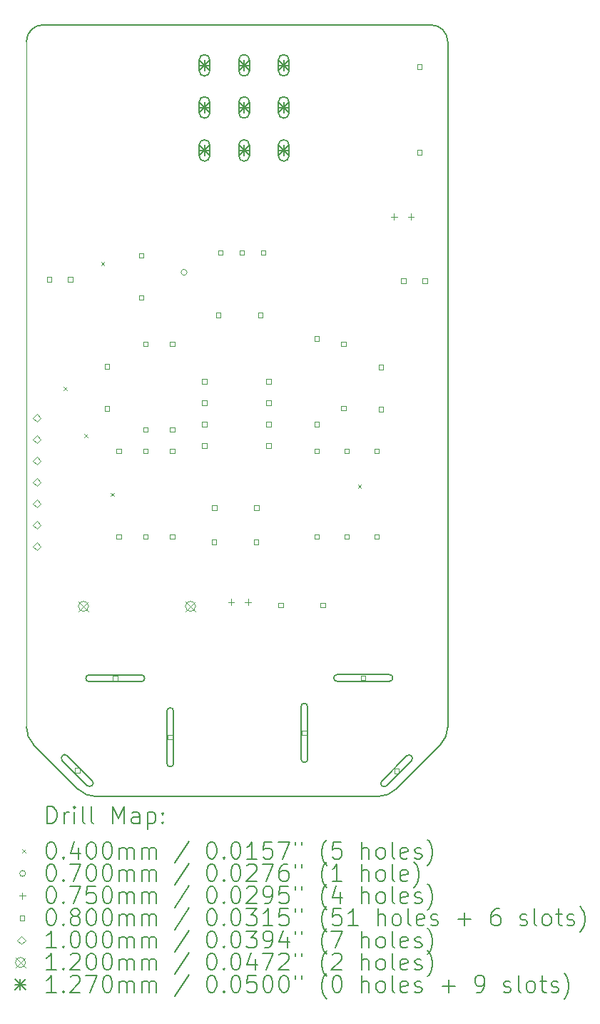
<source format=gbr>
%TF.GenerationSoftware,KiCad,Pcbnew,(6.0.9)*%
%TF.CreationDate,2022-11-21T11:05:08+01:00*%
%TF.ProjectId,ray-rounded,7261792d-726f-4756-9e64-65642e6b6963,rev?*%
%TF.SameCoordinates,Original*%
%TF.FileFunction,Drillmap*%
%TF.FilePolarity,Positive*%
%FSLAX45Y45*%
G04 Gerber Fmt 4.5, Leading zero omitted, Abs format (unit mm)*
G04 Created by KiCad (PCBNEW (6.0.9)) date 2022-11-21 11:05:08*
%MOMM*%
%LPD*%
G01*
G04 APERTURE LIST*
%ADD10C,0.200000*%
%ADD11C,0.100000*%
%ADD12C,0.040000*%
%ADD13C,0.070000*%
%ADD14C,0.075000*%
%ADD15C,0.080000*%
%ADD16C,0.120000*%
%ADD17C,0.127000*%
G04 APERTURE END LIST*
D10*
X14815820Y-6055360D02*
X10215820Y-6055360D01*
X14927954Y-14598230D02*
G75*
G03*
X15015820Y-14386096I-212134J212130D01*
G01*
X14191556Y-15210357D02*
G75*
G03*
X14403688Y-15122492I4J299997D01*
G01*
X15015820Y-6255360D02*
G75*
G03*
X14815820Y-6055360I-200000J0D01*
G01*
X15015820Y-14386096D02*
X15015820Y-6255360D01*
X14403688Y-15122492D02*
X14927952Y-14598228D01*
X10015823Y-14386096D02*
G75*
G03*
X10103688Y-14598228I299997J-4D01*
G01*
X10103688Y-14598228D02*
X10627952Y-15122492D01*
X10627950Y-15122494D02*
G75*
G03*
X10840084Y-15210360I212130J212134D01*
G01*
D11*
X10015820Y-14386096D02*
X10015820Y-6255360D01*
D10*
X10840084Y-15210360D02*
X14191556Y-15210360D01*
X10215820Y-6055360D02*
G75*
G03*
X10015820Y-6255360I0J-200000D01*
G01*
D12*
X10454960Y-10348280D02*
X10494960Y-10388280D01*
X10494960Y-10348280D02*
X10454960Y-10388280D01*
X10703880Y-10907080D02*
X10743880Y-10947080D01*
X10743880Y-10907080D02*
X10703880Y-10947080D01*
X10902000Y-8870000D02*
X10942000Y-8910000D01*
X10942000Y-8870000D02*
X10902000Y-8910000D01*
X11013760Y-11608120D02*
X11053760Y-11648120D01*
X11053760Y-11608120D02*
X11013760Y-11648120D01*
X13950000Y-11511600D02*
X13990000Y-11551600D01*
X13990000Y-11511600D02*
X13950000Y-11551600D01*
D13*
X11922200Y-8991600D02*
G75*
G03*
X11922200Y-8991600I-35000J0D01*
G01*
D14*
X12446000Y-12865700D02*
X12446000Y-12940700D01*
X12408500Y-12903200D02*
X12483500Y-12903200D01*
X12646000Y-12865700D02*
X12646000Y-12940700D01*
X12608500Y-12903200D02*
X12683500Y-12903200D01*
X14379600Y-8293700D02*
X14379600Y-8368700D01*
X14342100Y-8331200D02*
X14417100Y-8331200D01*
X14579600Y-8293700D02*
X14579600Y-8368700D01*
X14542100Y-8331200D02*
X14617100Y-8331200D01*
D15*
X10315285Y-9106245D02*
X10315285Y-9049676D01*
X10258716Y-9049676D01*
X10258716Y-9106245D01*
X10315285Y-9106245D01*
X10565285Y-9106245D02*
X10565285Y-9049676D01*
X10508716Y-9049676D01*
X10508716Y-9106245D01*
X10565285Y-9106245D01*
X10647740Y-14931678D02*
X10647740Y-14875109D01*
X10591171Y-14875109D01*
X10591171Y-14931678D01*
X10647740Y-14931678D01*
D10*
X10442679Y-14783185D02*
X10739664Y-15080170D01*
X10499248Y-14726617D02*
X10796233Y-15023602D01*
X10739664Y-15080170D02*
G75*
G03*
X10796233Y-15023602I28284J28284D01*
G01*
X10499248Y-14726617D02*
G75*
G03*
X10442679Y-14783185I-28284J-28284D01*
G01*
D15*
X11001085Y-10137485D02*
X11001085Y-10080916D01*
X10944516Y-10080916D01*
X10944516Y-10137485D01*
X11001085Y-10137485D01*
X11001085Y-10637485D02*
X11001085Y-10580916D01*
X10944516Y-10580916D01*
X10944516Y-10637485D01*
X11001085Y-10637485D01*
X11098565Y-13836884D02*
X11098565Y-13780315D01*
X11041996Y-13780315D01*
X11041996Y-13836884D01*
X11098565Y-13836884D01*
D10*
X10760280Y-13848600D02*
X11380280Y-13848600D01*
X10760280Y-13768600D02*
X11380280Y-13768600D01*
X11380280Y-13848600D02*
G75*
G03*
X11380280Y-13768600I0J40000D01*
G01*
X10760280Y-13768600D02*
G75*
G03*
X10760280Y-13848600I0J-40000D01*
G01*
D15*
X11140785Y-11140785D02*
X11140785Y-11084216D01*
X11084216Y-11084216D01*
X11084216Y-11140785D01*
X11140785Y-11140785D01*
X11140785Y-12156784D02*
X11140785Y-12100215D01*
X11084216Y-12100215D01*
X11084216Y-12156784D01*
X11140785Y-12156784D01*
X11407484Y-8820685D02*
X11407484Y-8764116D01*
X11350915Y-8764116D01*
X11350915Y-8820685D01*
X11407484Y-8820685D01*
X11407484Y-9320685D02*
X11407484Y-9264116D01*
X11350915Y-9264116D01*
X11350915Y-9320685D01*
X11407484Y-9320685D01*
X11458284Y-9870785D02*
X11458284Y-9814216D01*
X11401715Y-9814216D01*
X11401715Y-9870785D01*
X11458284Y-9870785D01*
X11458284Y-10886785D02*
X11458284Y-10830216D01*
X11401715Y-10830216D01*
X11401715Y-10886785D01*
X11458284Y-10886785D01*
X11458284Y-11140785D02*
X11458284Y-11084216D01*
X11401715Y-11084216D01*
X11401715Y-11140785D01*
X11458284Y-11140785D01*
X11458284Y-12156784D02*
X11458284Y-12100215D01*
X11401715Y-12100215D01*
X11401715Y-12156784D01*
X11458284Y-12156784D01*
X11750815Y-14536290D02*
X11750815Y-14479721D01*
X11694246Y-14479721D01*
X11694246Y-14536290D01*
X11750815Y-14536290D01*
D10*
X11762530Y-14818006D02*
X11762530Y-14198006D01*
X11682530Y-14818006D02*
X11682530Y-14198006D01*
X11762530Y-14198006D02*
G75*
G03*
X11682530Y-14198006I-40000J0D01*
G01*
X11682530Y-14818006D02*
G75*
G03*
X11762530Y-14818006I40000J0D01*
G01*
D15*
X11775784Y-9870785D02*
X11775784Y-9814216D01*
X11719215Y-9814216D01*
X11719215Y-9870785D01*
X11775784Y-9870785D01*
X11775784Y-10886785D02*
X11775784Y-10830216D01*
X11719215Y-10830216D01*
X11719215Y-10886785D01*
X11775784Y-10886785D01*
X11775784Y-11140785D02*
X11775784Y-11084216D01*
X11719215Y-11084216D01*
X11719215Y-11140785D01*
X11775784Y-11140785D01*
X11775784Y-12156784D02*
X11775784Y-12100215D01*
X11719215Y-12100215D01*
X11719215Y-12156784D01*
X11775784Y-12156784D01*
X12157784Y-10316285D02*
X12157784Y-10259716D01*
X12101215Y-10259716D01*
X12101215Y-10316285D01*
X12157784Y-10316285D01*
X12157784Y-10570285D02*
X12157784Y-10513716D01*
X12101215Y-10513716D01*
X12101215Y-10570285D01*
X12157784Y-10570285D01*
X12157784Y-10824285D02*
X12157784Y-10767716D01*
X12101215Y-10767716D01*
X12101215Y-10824285D01*
X12157784Y-10824285D01*
X12157784Y-11078285D02*
X12157784Y-11021716D01*
X12101215Y-11021716D01*
X12101215Y-11078285D01*
X12157784Y-11078285D01*
X12271084Y-12220284D02*
X12271084Y-12163715D01*
X12214515Y-12163715D01*
X12214515Y-12220284D01*
X12271084Y-12220284D01*
X12275084Y-11813884D02*
X12275084Y-11757315D01*
X12218515Y-11757315D01*
X12218515Y-11813884D01*
X12275084Y-11813884D01*
X12321884Y-9527885D02*
X12321884Y-9471316D01*
X12265315Y-9471316D01*
X12265315Y-9527885D01*
X12321884Y-9527885D01*
X12347284Y-8786205D02*
X12347284Y-8729636D01*
X12290715Y-8729636D01*
X12290715Y-8786205D01*
X12347284Y-8786205D01*
X12601284Y-8786205D02*
X12601284Y-8729636D01*
X12544715Y-8729636D01*
X12544715Y-8786205D01*
X12601284Y-8786205D01*
X12771084Y-12220284D02*
X12771084Y-12163715D01*
X12714515Y-12163715D01*
X12714515Y-12220284D01*
X12771084Y-12220284D01*
X12775084Y-11813884D02*
X12775084Y-11757315D01*
X12718515Y-11757315D01*
X12718515Y-11813884D01*
X12775084Y-11813884D01*
X12821884Y-9527885D02*
X12821884Y-9471316D01*
X12765315Y-9471316D01*
X12765315Y-9527885D01*
X12821884Y-9527885D01*
X12855284Y-8786205D02*
X12855284Y-8729636D01*
X12798715Y-8729636D01*
X12798715Y-8786205D01*
X12855284Y-8786205D01*
X12919784Y-10316285D02*
X12919784Y-10259716D01*
X12863215Y-10259716D01*
X12863215Y-10316285D01*
X12919784Y-10316285D01*
X12919784Y-10570285D02*
X12919784Y-10513716D01*
X12863215Y-10513716D01*
X12863215Y-10570285D01*
X12919784Y-10570285D01*
X12919784Y-10824285D02*
X12919784Y-10767716D01*
X12863215Y-10767716D01*
X12863215Y-10824285D01*
X12919784Y-10824285D01*
X12919784Y-11078285D02*
X12919784Y-11021716D01*
X12863215Y-11021716D01*
X12863215Y-11078285D01*
X12919784Y-11078285D01*
X13062484Y-12969584D02*
X13062484Y-12913015D01*
X13005915Y-12913015D01*
X13005915Y-12969584D01*
X13062484Y-12969584D01*
X13342544Y-14485004D02*
X13342544Y-14428435D01*
X13285975Y-14428435D01*
X13285975Y-14485004D01*
X13342544Y-14485004D01*
D10*
X13354260Y-14766720D02*
X13354260Y-14146720D01*
X13274260Y-14766720D02*
X13274260Y-14146720D01*
X13354260Y-14146720D02*
G75*
G03*
X13274260Y-14146720I-40000J0D01*
G01*
X13274260Y-14766720D02*
G75*
G03*
X13354260Y-14766720I40000J0D01*
G01*
D15*
X13490284Y-9807285D02*
X13490284Y-9750716D01*
X13433715Y-9750716D01*
X13433715Y-9807285D01*
X13490284Y-9807285D01*
X13490284Y-10823285D02*
X13490284Y-10766716D01*
X13433715Y-10766716D01*
X13433715Y-10823285D01*
X13490284Y-10823285D01*
X13490284Y-11140785D02*
X13490284Y-11084216D01*
X13433715Y-11084216D01*
X13433715Y-11140785D01*
X13490284Y-11140785D01*
X13490284Y-12156784D02*
X13490284Y-12100215D01*
X13433715Y-12100215D01*
X13433715Y-12156784D01*
X13490284Y-12156784D01*
X13562484Y-12969584D02*
X13562484Y-12913015D01*
X13505915Y-12913015D01*
X13505915Y-12969584D01*
X13562484Y-12969584D01*
X13807784Y-9870785D02*
X13807784Y-9814216D01*
X13751215Y-9814216D01*
X13751215Y-9870785D01*
X13807784Y-9870785D01*
X13807784Y-10632785D02*
X13807784Y-10576216D01*
X13751215Y-10576216D01*
X13751215Y-10632785D01*
X13807784Y-10632785D01*
X13845884Y-11140785D02*
X13845884Y-11084216D01*
X13789315Y-11084216D01*
X13789315Y-11140785D01*
X13845884Y-11140785D01*
X13845884Y-12156784D02*
X13845884Y-12100215D01*
X13789315Y-12100215D01*
X13789315Y-12156784D01*
X13845884Y-12156784D01*
X14041950Y-13832754D02*
X14041950Y-13776185D01*
X13985381Y-13776185D01*
X13985381Y-13832754D01*
X14041950Y-13832754D01*
D10*
X14323666Y-13764470D02*
X13703666Y-13764470D01*
X14323666Y-13844470D02*
X13703666Y-13844470D01*
X13703666Y-13764470D02*
G75*
G03*
X13703666Y-13844470I0J-40000D01*
G01*
X14323666Y-13844470D02*
G75*
G03*
X14323666Y-13764470I0J40000D01*
G01*
D15*
X14201484Y-11140785D02*
X14201484Y-11084216D01*
X14144915Y-11084216D01*
X14144915Y-11140785D01*
X14201484Y-11140785D01*
X14201484Y-12156784D02*
X14201484Y-12100215D01*
X14144915Y-12100215D01*
X14144915Y-12156784D01*
X14201484Y-12156784D01*
X14252284Y-10145485D02*
X14252284Y-10088916D01*
X14195715Y-10088916D01*
X14195715Y-10145485D01*
X14252284Y-10145485D01*
X14252284Y-10645485D02*
X14252284Y-10588916D01*
X14195715Y-10588916D01*
X14195715Y-10645485D01*
X14252284Y-10645485D01*
X14437338Y-14935829D02*
X14437338Y-14879260D01*
X14380769Y-14879260D01*
X14380769Y-14935829D01*
X14437338Y-14935829D01*
D10*
X14288845Y-15084321D02*
X14585830Y-14787336D01*
X14232277Y-15027752D02*
X14529262Y-14730767D01*
X14585830Y-14787336D02*
G75*
G03*
X14529262Y-14730767I-28284J28284D01*
G01*
X14232277Y-15027752D02*
G75*
G03*
X14288845Y-15084321I28284J-28284D01*
G01*
D15*
X14521524Y-9121485D02*
X14521524Y-9064916D01*
X14464955Y-9064916D01*
X14464955Y-9121485D01*
X14521524Y-9121485D01*
X14709484Y-6581484D02*
X14709484Y-6524915D01*
X14652915Y-6524915D01*
X14652915Y-6581484D01*
X14709484Y-6581484D01*
X14709484Y-7597484D02*
X14709484Y-7540915D01*
X14652915Y-7540915D01*
X14652915Y-7597484D01*
X14709484Y-7597484D01*
X14771524Y-9121485D02*
X14771524Y-9064916D01*
X14714955Y-9064916D01*
X14714955Y-9121485D01*
X14771524Y-9121485D01*
D11*
X10139680Y-10768800D02*
X10189680Y-10718800D01*
X10139680Y-10668800D01*
X10089680Y-10718800D01*
X10139680Y-10768800D01*
X10139680Y-11022800D02*
X10189680Y-10972800D01*
X10139680Y-10922800D01*
X10089680Y-10972800D01*
X10139680Y-11022800D01*
X10139680Y-11276800D02*
X10189680Y-11226800D01*
X10139680Y-11176800D01*
X10089680Y-11226800D01*
X10139680Y-11276800D01*
X10139680Y-11530800D02*
X10189680Y-11480800D01*
X10139680Y-11430800D01*
X10089680Y-11480800D01*
X10139680Y-11530800D01*
X10139680Y-11784800D02*
X10189680Y-11734800D01*
X10139680Y-11684800D01*
X10089680Y-11734800D01*
X10139680Y-11784800D01*
X10139680Y-12038800D02*
X10189680Y-11988800D01*
X10139680Y-11938800D01*
X10089680Y-11988800D01*
X10139680Y-12038800D01*
X10139680Y-12292800D02*
X10189680Y-12242800D01*
X10139680Y-12192800D01*
X10089680Y-12242800D01*
X10139680Y-12292800D01*
D16*
X10633400Y-12894000D02*
X10753400Y-13014000D01*
X10753400Y-12894000D02*
X10633400Y-13014000D01*
X10753400Y-12954000D02*
G75*
G03*
X10753400Y-12954000I-60000J0D01*
G01*
X11903400Y-12894000D02*
X12023400Y-13014000D01*
X12023400Y-12894000D02*
X11903400Y-13014000D01*
X12023400Y-12954000D02*
G75*
G03*
X12023400Y-12954000I-60000J0D01*
G01*
D17*
X12065944Y-6472300D02*
X12192944Y-6599300D01*
X12192944Y-6472300D02*
X12065944Y-6599300D01*
X12129444Y-6472300D02*
X12129444Y-6599300D01*
X12065944Y-6535800D02*
X12192944Y-6535800D01*
D10*
X12065944Y-6472300D02*
X12065944Y-6599300D01*
X12192944Y-6472300D02*
X12192944Y-6599300D01*
X12065944Y-6599300D02*
G75*
G03*
X12192944Y-6599300I63500J0D01*
G01*
X12192944Y-6472300D02*
G75*
G03*
X12065944Y-6472300I-63500J0D01*
G01*
D17*
X12065944Y-6972248D02*
X12192944Y-7099248D01*
X12192944Y-6972248D02*
X12065944Y-7099248D01*
X12129444Y-6972248D02*
X12129444Y-7099248D01*
X12065944Y-7035748D02*
X12192944Y-7035748D01*
D10*
X12065944Y-6972248D02*
X12065944Y-7099248D01*
X12192944Y-6972248D02*
X12192944Y-7099248D01*
X12065944Y-7099248D02*
G75*
G03*
X12192944Y-7099248I63500J0D01*
G01*
X12192944Y-6972248D02*
G75*
G03*
X12065944Y-6972248I-63500J0D01*
G01*
D17*
X12066020Y-7482300D02*
X12193020Y-7609300D01*
X12193020Y-7482300D02*
X12066020Y-7609300D01*
X12129520Y-7482300D02*
X12129520Y-7609300D01*
X12066020Y-7545800D02*
X12193020Y-7545800D01*
D10*
X12066020Y-7482300D02*
X12066020Y-7609300D01*
X12193020Y-7482300D02*
X12193020Y-7609300D01*
X12066020Y-7609300D02*
G75*
G03*
X12193020Y-7609300I63500J0D01*
G01*
X12193020Y-7482300D02*
G75*
G03*
X12066020Y-7482300I-63500J0D01*
G01*
D17*
X12536100Y-6472300D02*
X12663100Y-6599300D01*
X12663100Y-6472300D02*
X12536100Y-6599300D01*
X12599600Y-6472300D02*
X12599600Y-6599300D01*
X12536100Y-6535800D02*
X12663100Y-6535800D01*
D10*
X12536100Y-6472300D02*
X12536100Y-6599300D01*
X12663100Y-6472300D02*
X12663100Y-6599300D01*
X12536100Y-6599300D02*
G75*
G03*
X12663100Y-6599300I63500J0D01*
G01*
X12663100Y-6472300D02*
G75*
G03*
X12536100Y-6472300I-63500J0D01*
G01*
D17*
X12536100Y-6972248D02*
X12663100Y-7099248D01*
X12663100Y-6972248D02*
X12536100Y-7099248D01*
X12599600Y-6972248D02*
X12599600Y-7099248D01*
X12536100Y-7035748D02*
X12663100Y-7035748D01*
D10*
X12536100Y-6972248D02*
X12536100Y-7099248D01*
X12663100Y-6972248D02*
X12663100Y-7099248D01*
X12536100Y-7099248D02*
G75*
G03*
X12663100Y-7099248I63500J0D01*
G01*
X12663100Y-6972248D02*
G75*
G03*
X12536100Y-6972248I-63500J0D01*
G01*
D17*
X12536176Y-7482300D02*
X12663176Y-7609300D01*
X12663176Y-7482300D02*
X12536176Y-7609300D01*
X12599676Y-7482300D02*
X12599676Y-7609300D01*
X12536176Y-7545800D02*
X12663176Y-7545800D01*
D10*
X12536176Y-7482300D02*
X12536176Y-7609300D01*
X12663176Y-7482300D02*
X12663176Y-7609300D01*
X12536176Y-7609300D02*
G75*
G03*
X12663176Y-7609300I63500J0D01*
G01*
X12663176Y-7482300D02*
G75*
G03*
X12536176Y-7482300I-63500J0D01*
G01*
D17*
X13005944Y-6472300D02*
X13132944Y-6599300D01*
X13132944Y-6472300D02*
X13005944Y-6599300D01*
X13069444Y-6472300D02*
X13069444Y-6599300D01*
X13005944Y-6535800D02*
X13132944Y-6535800D01*
D10*
X13005944Y-6472300D02*
X13005944Y-6599300D01*
X13132944Y-6472300D02*
X13132944Y-6599300D01*
X13005944Y-6599300D02*
G75*
G03*
X13132944Y-6599300I63500J0D01*
G01*
X13132944Y-6472300D02*
G75*
G03*
X13005944Y-6472300I-63500J0D01*
G01*
D17*
X13005944Y-6972248D02*
X13132944Y-7099248D01*
X13132944Y-6972248D02*
X13005944Y-7099248D01*
X13069444Y-6972248D02*
X13069444Y-7099248D01*
X13005944Y-7035748D02*
X13132944Y-7035748D01*
D10*
X13005944Y-6972248D02*
X13005944Y-7099248D01*
X13132944Y-6972248D02*
X13132944Y-7099248D01*
X13005944Y-7099248D02*
G75*
G03*
X13132944Y-7099248I63500J0D01*
G01*
X13132944Y-6972248D02*
G75*
G03*
X13005944Y-6972248I-63500J0D01*
G01*
D17*
X13006020Y-7482300D02*
X13133020Y-7609300D01*
X13133020Y-7482300D02*
X13006020Y-7609300D01*
X13069520Y-7482300D02*
X13069520Y-7609300D01*
X13006020Y-7545800D02*
X13133020Y-7545800D01*
D10*
X13006020Y-7482300D02*
X13006020Y-7609300D01*
X13133020Y-7482300D02*
X13133020Y-7609300D01*
X13006020Y-7609300D02*
G75*
G03*
X13133020Y-7609300I63500J0D01*
G01*
X13133020Y-7482300D02*
G75*
G03*
X13006020Y-7482300I-63500J0D01*
G01*
X10263439Y-15530836D02*
X10263439Y-15330836D01*
X10311058Y-15330836D01*
X10339630Y-15340360D01*
X10358677Y-15359408D01*
X10368201Y-15378455D01*
X10377725Y-15416550D01*
X10377725Y-15445122D01*
X10368201Y-15483217D01*
X10358677Y-15502265D01*
X10339630Y-15521312D01*
X10311058Y-15530836D01*
X10263439Y-15530836D01*
X10463439Y-15530836D02*
X10463439Y-15397503D01*
X10463439Y-15435598D02*
X10472963Y-15416550D01*
X10482487Y-15407027D01*
X10501534Y-15397503D01*
X10520582Y-15397503D01*
X10587249Y-15530836D02*
X10587249Y-15397503D01*
X10587249Y-15330836D02*
X10577725Y-15340360D01*
X10587249Y-15349884D01*
X10596772Y-15340360D01*
X10587249Y-15330836D01*
X10587249Y-15349884D01*
X10711058Y-15530836D02*
X10692010Y-15521312D01*
X10682487Y-15502265D01*
X10682487Y-15330836D01*
X10815820Y-15530836D02*
X10796772Y-15521312D01*
X10787249Y-15502265D01*
X10787249Y-15330836D01*
X11044391Y-15530836D02*
X11044391Y-15330836D01*
X11111058Y-15473693D01*
X11177725Y-15330836D01*
X11177725Y-15530836D01*
X11358677Y-15530836D02*
X11358677Y-15426074D01*
X11349153Y-15407027D01*
X11330106Y-15397503D01*
X11292010Y-15397503D01*
X11272963Y-15407027D01*
X11358677Y-15521312D02*
X11339629Y-15530836D01*
X11292010Y-15530836D01*
X11272963Y-15521312D01*
X11263439Y-15502265D01*
X11263439Y-15483217D01*
X11272963Y-15464169D01*
X11292010Y-15454646D01*
X11339629Y-15454646D01*
X11358677Y-15445122D01*
X11453915Y-15397503D02*
X11453915Y-15597503D01*
X11453915Y-15407027D02*
X11472963Y-15397503D01*
X11511058Y-15397503D01*
X11530106Y-15407027D01*
X11539629Y-15416550D01*
X11549153Y-15435598D01*
X11549153Y-15492741D01*
X11539629Y-15511788D01*
X11530106Y-15521312D01*
X11511058Y-15530836D01*
X11472963Y-15530836D01*
X11453915Y-15521312D01*
X11634868Y-15511788D02*
X11644391Y-15521312D01*
X11634868Y-15530836D01*
X11625344Y-15521312D01*
X11634868Y-15511788D01*
X11634868Y-15530836D01*
X11634868Y-15407027D02*
X11644391Y-15416550D01*
X11634868Y-15426074D01*
X11625344Y-15416550D01*
X11634868Y-15407027D01*
X11634868Y-15426074D01*
D12*
X9965820Y-15840360D02*
X10005820Y-15880360D01*
X10005820Y-15840360D02*
X9965820Y-15880360D01*
D10*
X10301534Y-15750836D02*
X10320582Y-15750836D01*
X10339630Y-15760360D01*
X10349153Y-15769884D01*
X10358677Y-15788931D01*
X10368201Y-15827027D01*
X10368201Y-15874646D01*
X10358677Y-15912741D01*
X10349153Y-15931788D01*
X10339630Y-15941312D01*
X10320582Y-15950836D01*
X10301534Y-15950836D01*
X10282487Y-15941312D01*
X10272963Y-15931788D01*
X10263439Y-15912741D01*
X10253915Y-15874646D01*
X10253915Y-15827027D01*
X10263439Y-15788931D01*
X10272963Y-15769884D01*
X10282487Y-15760360D01*
X10301534Y-15750836D01*
X10453915Y-15931788D02*
X10463439Y-15941312D01*
X10453915Y-15950836D01*
X10444391Y-15941312D01*
X10453915Y-15931788D01*
X10453915Y-15950836D01*
X10634868Y-15817503D02*
X10634868Y-15950836D01*
X10587249Y-15741312D02*
X10539630Y-15884169D01*
X10663439Y-15884169D01*
X10777725Y-15750836D02*
X10796772Y-15750836D01*
X10815820Y-15760360D01*
X10825344Y-15769884D01*
X10834868Y-15788931D01*
X10844391Y-15827027D01*
X10844391Y-15874646D01*
X10834868Y-15912741D01*
X10825344Y-15931788D01*
X10815820Y-15941312D01*
X10796772Y-15950836D01*
X10777725Y-15950836D01*
X10758677Y-15941312D01*
X10749153Y-15931788D01*
X10739630Y-15912741D01*
X10730106Y-15874646D01*
X10730106Y-15827027D01*
X10739630Y-15788931D01*
X10749153Y-15769884D01*
X10758677Y-15760360D01*
X10777725Y-15750836D01*
X10968201Y-15750836D02*
X10987249Y-15750836D01*
X11006296Y-15760360D01*
X11015820Y-15769884D01*
X11025344Y-15788931D01*
X11034868Y-15827027D01*
X11034868Y-15874646D01*
X11025344Y-15912741D01*
X11015820Y-15931788D01*
X11006296Y-15941312D01*
X10987249Y-15950836D01*
X10968201Y-15950836D01*
X10949153Y-15941312D01*
X10939630Y-15931788D01*
X10930106Y-15912741D01*
X10920582Y-15874646D01*
X10920582Y-15827027D01*
X10930106Y-15788931D01*
X10939630Y-15769884D01*
X10949153Y-15760360D01*
X10968201Y-15750836D01*
X11120582Y-15950836D02*
X11120582Y-15817503D01*
X11120582Y-15836550D02*
X11130106Y-15827027D01*
X11149153Y-15817503D01*
X11177725Y-15817503D01*
X11196772Y-15827027D01*
X11206296Y-15846074D01*
X11206296Y-15950836D01*
X11206296Y-15846074D02*
X11215820Y-15827027D01*
X11234868Y-15817503D01*
X11263439Y-15817503D01*
X11282487Y-15827027D01*
X11292010Y-15846074D01*
X11292010Y-15950836D01*
X11387248Y-15950836D02*
X11387248Y-15817503D01*
X11387248Y-15836550D02*
X11396772Y-15827027D01*
X11415820Y-15817503D01*
X11444391Y-15817503D01*
X11463439Y-15827027D01*
X11472963Y-15846074D01*
X11472963Y-15950836D01*
X11472963Y-15846074D02*
X11482487Y-15827027D01*
X11501534Y-15817503D01*
X11530106Y-15817503D01*
X11549153Y-15827027D01*
X11558677Y-15846074D01*
X11558677Y-15950836D01*
X11949153Y-15741312D02*
X11777725Y-15998455D01*
X12206296Y-15750836D02*
X12225344Y-15750836D01*
X12244391Y-15760360D01*
X12253915Y-15769884D01*
X12263439Y-15788931D01*
X12272963Y-15827027D01*
X12272963Y-15874646D01*
X12263439Y-15912741D01*
X12253915Y-15931788D01*
X12244391Y-15941312D01*
X12225344Y-15950836D01*
X12206296Y-15950836D01*
X12187248Y-15941312D01*
X12177725Y-15931788D01*
X12168201Y-15912741D01*
X12158677Y-15874646D01*
X12158677Y-15827027D01*
X12168201Y-15788931D01*
X12177725Y-15769884D01*
X12187248Y-15760360D01*
X12206296Y-15750836D01*
X12358677Y-15931788D02*
X12368201Y-15941312D01*
X12358677Y-15950836D01*
X12349153Y-15941312D01*
X12358677Y-15931788D01*
X12358677Y-15950836D01*
X12492010Y-15750836D02*
X12511058Y-15750836D01*
X12530106Y-15760360D01*
X12539629Y-15769884D01*
X12549153Y-15788931D01*
X12558677Y-15827027D01*
X12558677Y-15874646D01*
X12549153Y-15912741D01*
X12539629Y-15931788D01*
X12530106Y-15941312D01*
X12511058Y-15950836D01*
X12492010Y-15950836D01*
X12472963Y-15941312D01*
X12463439Y-15931788D01*
X12453915Y-15912741D01*
X12444391Y-15874646D01*
X12444391Y-15827027D01*
X12453915Y-15788931D01*
X12463439Y-15769884D01*
X12472963Y-15760360D01*
X12492010Y-15750836D01*
X12749153Y-15950836D02*
X12634868Y-15950836D01*
X12692010Y-15950836D02*
X12692010Y-15750836D01*
X12672963Y-15779408D01*
X12653915Y-15798455D01*
X12634868Y-15807979D01*
X12930106Y-15750836D02*
X12834868Y-15750836D01*
X12825344Y-15846074D01*
X12834868Y-15836550D01*
X12853915Y-15827027D01*
X12901534Y-15827027D01*
X12920582Y-15836550D01*
X12930106Y-15846074D01*
X12939629Y-15865122D01*
X12939629Y-15912741D01*
X12930106Y-15931788D01*
X12920582Y-15941312D01*
X12901534Y-15950836D01*
X12853915Y-15950836D01*
X12834868Y-15941312D01*
X12825344Y-15931788D01*
X13006296Y-15750836D02*
X13139629Y-15750836D01*
X13053915Y-15950836D01*
X13206296Y-15750836D02*
X13206296Y-15788931D01*
X13282487Y-15750836D02*
X13282487Y-15788931D01*
X13577725Y-16027027D02*
X13568201Y-16017503D01*
X13549153Y-15988931D01*
X13539629Y-15969884D01*
X13530106Y-15941312D01*
X13520582Y-15893693D01*
X13520582Y-15855598D01*
X13530106Y-15807979D01*
X13539629Y-15779408D01*
X13549153Y-15760360D01*
X13568201Y-15731788D01*
X13577725Y-15722265D01*
X13749153Y-15750836D02*
X13653915Y-15750836D01*
X13644391Y-15846074D01*
X13653915Y-15836550D01*
X13672963Y-15827027D01*
X13720582Y-15827027D01*
X13739629Y-15836550D01*
X13749153Y-15846074D01*
X13758677Y-15865122D01*
X13758677Y-15912741D01*
X13749153Y-15931788D01*
X13739629Y-15941312D01*
X13720582Y-15950836D01*
X13672963Y-15950836D01*
X13653915Y-15941312D01*
X13644391Y-15931788D01*
X13996772Y-15950836D02*
X13996772Y-15750836D01*
X14082487Y-15950836D02*
X14082487Y-15846074D01*
X14072963Y-15827027D01*
X14053915Y-15817503D01*
X14025344Y-15817503D01*
X14006296Y-15827027D01*
X13996772Y-15836550D01*
X14206296Y-15950836D02*
X14187248Y-15941312D01*
X14177725Y-15931788D01*
X14168201Y-15912741D01*
X14168201Y-15855598D01*
X14177725Y-15836550D01*
X14187248Y-15827027D01*
X14206296Y-15817503D01*
X14234868Y-15817503D01*
X14253915Y-15827027D01*
X14263439Y-15836550D01*
X14272963Y-15855598D01*
X14272963Y-15912741D01*
X14263439Y-15931788D01*
X14253915Y-15941312D01*
X14234868Y-15950836D01*
X14206296Y-15950836D01*
X14387248Y-15950836D02*
X14368201Y-15941312D01*
X14358677Y-15922265D01*
X14358677Y-15750836D01*
X14539629Y-15941312D02*
X14520582Y-15950836D01*
X14482487Y-15950836D01*
X14463439Y-15941312D01*
X14453915Y-15922265D01*
X14453915Y-15846074D01*
X14463439Y-15827027D01*
X14482487Y-15817503D01*
X14520582Y-15817503D01*
X14539629Y-15827027D01*
X14549153Y-15846074D01*
X14549153Y-15865122D01*
X14453915Y-15884169D01*
X14625344Y-15941312D02*
X14644391Y-15950836D01*
X14682487Y-15950836D01*
X14701534Y-15941312D01*
X14711058Y-15922265D01*
X14711058Y-15912741D01*
X14701534Y-15893693D01*
X14682487Y-15884169D01*
X14653915Y-15884169D01*
X14634868Y-15874646D01*
X14625344Y-15855598D01*
X14625344Y-15846074D01*
X14634868Y-15827027D01*
X14653915Y-15817503D01*
X14682487Y-15817503D01*
X14701534Y-15827027D01*
X14777725Y-16027027D02*
X14787248Y-16017503D01*
X14806296Y-15988931D01*
X14815820Y-15969884D01*
X14825344Y-15941312D01*
X14834868Y-15893693D01*
X14834868Y-15855598D01*
X14825344Y-15807979D01*
X14815820Y-15779408D01*
X14806296Y-15760360D01*
X14787248Y-15731788D01*
X14777725Y-15722265D01*
D13*
X10005820Y-16124360D02*
G75*
G03*
X10005820Y-16124360I-35000J0D01*
G01*
D10*
X10301534Y-16014836D02*
X10320582Y-16014836D01*
X10339630Y-16024360D01*
X10349153Y-16033884D01*
X10358677Y-16052931D01*
X10368201Y-16091027D01*
X10368201Y-16138646D01*
X10358677Y-16176741D01*
X10349153Y-16195788D01*
X10339630Y-16205312D01*
X10320582Y-16214836D01*
X10301534Y-16214836D01*
X10282487Y-16205312D01*
X10272963Y-16195788D01*
X10263439Y-16176741D01*
X10253915Y-16138646D01*
X10253915Y-16091027D01*
X10263439Y-16052931D01*
X10272963Y-16033884D01*
X10282487Y-16024360D01*
X10301534Y-16014836D01*
X10453915Y-16195788D02*
X10463439Y-16205312D01*
X10453915Y-16214836D01*
X10444391Y-16205312D01*
X10453915Y-16195788D01*
X10453915Y-16214836D01*
X10530106Y-16014836D02*
X10663439Y-16014836D01*
X10577725Y-16214836D01*
X10777725Y-16014836D02*
X10796772Y-16014836D01*
X10815820Y-16024360D01*
X10825344Y-16033884D01*
X10834868Y-16052931D01*
X10844391Y-16091027D01*
X10844391Y-16138646D01*
X10834868Y-16176741D01*
X10825344Y-16195788D01*
X10815820Y-16205312D01*
X10796772Y-16214836D01*
X10777725Y-16214836D01*
X10758677Y-16205312D01*
X10749153Y-16195788D01*
X10739630Y-16176741D01*
X10730106Y-16138646D01*
X10730106Y-16091027D01*
X10739630Y-16052931D01*
X10749153Y-16033884D01*
X10758677Y-16024360D01*
X10777725Y-16014836D01*
X10968201Y-16014836D02*
X10987249Y-16014836D01*
X11006296Y-16024360D01*
X11015820Y-16033884D01*
X11025344Y-16052931D01*
X11034868Y-16091027D01*
X11034868Y-16138646D01*
X11025344Y-16176741D01*
X11015820Y-16195788D01*
X11006296Y-16205312D01*
X10987249Y-16214836D01*
X10968201Y-16214836D01*
X10949153Y-16205312D01*
X10939630Y-16195788D01*
X10930106Y-16176741D01*
X10920582Y-16138646D01*
X10920582Y-16091027D01*
X10930106Y-16052931D01*
X10939630Y-16033884D01*
X10949153Y-16024360D01*
X10968201Y-16014836D01*
X11120582Y-16214836D02*
X11120582Y-16081503D01*
X11120582Y-16100550D02*
X11130106Y-16091027D01*
X11149153Y-16081503D01*
X11177725Y-16081503D01*
X11196772Y-16091027D01*
X11206296Y-16110074D01*
X11206296Y-16214836D01*
X11206296Y-16110074D02*
X11215820Y-16091027D01*
X11234868Y-16081503D01*
X11263439Y-16081503D01*
X11282487Y-16091027D01*
X11292010Y-16110074D01*
X11292010Y-16214836D01*
X11387248Y-16214836D02*
X11387248Y-16081503D01*
X11387248Y-16100550D02*
X11396772Y-16091027D01*
X11415820Y-16081503D01*
X11444391Y-16081503D01*
X11463439Y-16091027D01*
X11472963Y-16110074D01*
X11472963Y-16214836D01*
X11472963Y-16110074D02*
X11482487Y-16091027D01*
X11501534Y-16081503D01*
X11530106Y-16081503D01*
X11549153Y-16091027D01*
X11558677Y-16110074D01*
X11558677Y-16214836D01*
X11949153Y-16005312D02*
X11777725Y-16262455D01*
X12206296Y-16014836D02*
X12225344Y-16014836D01*
X12244391Y-16024360D01*
X12253915Y-16033884D01*
X12263439Y-16052931D01*
X12272963Y-16091027D01*
X12272963Y-16138646D01*
X12263439Y-16176741D01*
X12253915Y-16195788D01*
X12244391Y-16205312D01*
X12225344Y-16214836D01*
X12206296Y-16214836D01*
X12187248Y-16205312D01*
X12177725Y-16195788D01*
X12168201Y-16176741D01*
X12158677Y-16138646D01*
X12158677Y-16091027D01*
X12168201Y-16052931D01*
X12177725Y-16033884D01*
X12187248Y-16024360D01*
X12206296Y-16014836D01*
X12358677Y-16195788D02*
X12368201Y-16205312D01*
X12358677Y-16214836D01*
X12349153Y-16205312D01*
X12358677Y-16195788D01*
X12358677Y-16214836D01*
X12492010Y-16014836D02*
X12511058Y-16014836D01*
X12530106Y-16024360D01*
X12539629Y-16033884D01*
X12549153Y-16052931D01*
X12558677Y-16091027D01*
X12558677Y-16138646D01*
X12549153Y-16176741D01*
X12539629Y-16195788D01*
X12530106Y-16205312D01*
X12511058Y-16214836D01*
X12492010Y-16214836D01*
X12472963Y-16205312D01*
X12463439Y-16195788D01*
X12453915Y-16176741D01*
X12444391Y-16138646D01*
X12444391Y-16091027D01*
X12453915Y-16052931D01*
X12463439Y-16033884D01*
X12472963Y-16024360D01*
X12492010Y-16014836D01*
X12634868Y-16033884D02*
X12644391Y-16024360D01*
X12663439Y-16014836D01*
X12711058Y-16014836D01*
X12730106Y-16024360D01*
X12739629Y-16033884D01*
X12749153Y-16052931D01*
X12749153Y-16071979D01*
X12739629Y-16100550D01*
X12625344Y-16214836D01*
X12749153Y-16214836D01*
X12815820Y-16014836D02*
X12949153Y-16014836D01*
X12863439Y-16214836D01*
X13111058Y-16014836D02*
X13072963Y-16014836D01*
X13053915Y-16024360D01*
X13044391Y-16033884D01*
X13025344Y-16062455D01*
X13015820Y-16100550D01*
X13015820Y-16176741D01*
X13025344Y-16195788D01*
X13034868Y-16205312D01*
X13053915Y-16214836D01*
X13092010Y-16214836D01*
X13111058Y-16205312D01*
X13120582Y-16195788D01*
X13130106Y-16176741D01*
X13130106Y-16129122D01*
X13120582Y-16110074D01*
X13111058Y-16100550D01*
X13092010Y-16091027D01*
X13053915Y-16091027D01*
X13034868Y-16100550D01*
X13025344Y-16110074D01*
X13015820Y-16129122D01*
X13206296Y-16014836D02*
X13206296Y-16052931D01*
X13282487Y-16014836D02*
X13282487Y-16052931D01*
X13577725Y-16291027D02*
X13568201Y-16281503D01*
X13549153Y-16252931D01*
X13539629Y-16233884D01*
X13530106Y-16205312D01*
X13520582Y-16157693D01*
X13520582Y-16119598D01*
X13530106Y-16071979D01*
X13539629Y-16043408D01*
X13549153Y-16024360D01*
X13568201Y-15995788D01*
X13577725Y-15986265D01*
X13758677Y-16214836D02*
X13644391Y-16214836D01*
X13701534Y-16214836D02*
X13701534Y-16014836D01*
X13682487Y-16043408D01*
X13663439Y-16062455D01*
X13644391Y-16071979D01*
X13996772Y-16214836D02*
X13996772Y-16014836D01*
X14082487Y-16214836D02*
X14082487Y-16110074D01*
X14072963Y-16091027D01*
X14053915Y-16081503D01*
X14025344Y-16081503D01*
X14006296Y-16091027D01*
X13996772Y-16100550D01*
X14206296Y-16214836D02*
X14187248Y-16205312D01*
X14177725Y-16195788D01*
X14168201Y-16176741D01*
X14168201Y-16119598D01*
X14177725Y-16100550D01*
X14187248Y-16091027D01*
X14206296Y-16081503D01*
X14234868Y-16081503D01*
X14253915Y-16091027D01*
X14263439Y-16100550D01*
X14272963Y-16119598D01*
X14272963Y-16176741D01*
X14263439Y-16195788D01*
X14253915Y-16205312D01*
X14234868Y-16214836D01*
X14206296Y-16214836D01*
X14387248Y-16214836D02*
X14368201Y-16205312D01*
X14358677Y-16186265D01*
X14358677Y-16014836D01*
X14539629Y-16205312D02*
X14520582Y-16214836D01*
X14482487Y-16214836D01*
X14463439Y-16205312D01*
X14453915Y-16186265D01*
X14453915Y-16110074D01*
X14463439Y-16091027D01*
X14482487Y-16081503D01*
X14520582Y-16081503D01*
X14539629Y-16091027D01*
X14549153Y-16110074D01*
X14549153Y-16129122D01*
X14453915Y-16148169D01*
X14615820Y-16291027D02*
X14625344Y-16281503D01*
X14644391Y-16252931D01*
X14653915Y-16233884D01*
X14663439Y-16205312D01*
X14672963Y-16157693D01*
X14672963Y-16119598D01*
X14663439Y-16071979D01*
X14653915Y-16043408D01*
X14644391Y-16024360D01*
X14625344Y-15995788D01*
X14615820Y-15986265D01*
D14*
X9968320Y-16350860D02*
X9968320Y-16425860D01*
X9930820Y-16388360D02*
X10005820Y-16388360D01*
D10*
X10301534Y-16278836D02*
X10320582Y-16278836D01*
X10339630Y-16288360D01*
X10349153Y-16297884D01*
X10358677Y-16316931D01*
X10368201Y-16355027D01*
X10368201Y-16402646D01*
X10358677Y-16440741D01*
X10349153Y-16459788D01*
X10339630Y-16469312D01*
X10320582Y-16478836D01*
X10301534Y-16478836D01*
X10282487Y-16469312D01*
X10272963Y-16459788D01*
X10263439Y-16440741D01*
X10253915Y-16402646D01*
X10253915Y-16355027D01*
X10263439Y-16316931D01*
X10272963Y-16297884D01*
X10282487Y-16288360D01*
X10301534Y-16278836D01*
X10453915Y-16459788D02*
X10463439Y-16469312D01*
X10453915Y-16478836D01*
X10444391Y-16469312D01*
X10453915Y-16459788D01*
X10453915Y-16478836D01*
X10530106Y-16278836D02*
X10663439Y-16278836D01*
X10577725Y-16478836D01*
X10834868Y-16278836D02*
X10739630Y-16278836D01*
X10730106Y-16374074D01*
X10739630Y-16364550D01*
X10758677Y-16355027D01*
X10806296Y-16355027D01*
X10825344Y-16364550D01*
X10834868Y-16374074D01*
X10844391Y-16393122D01*
X10844391Y-16440741D01*
X10834868Y-16459788D01*
X10825344Y-16469312D01*
X10806296Y-16478836D01*
X10758677Y-16478836D01*
X10739630Y-16469312D01*
X10730106Y-16459788D01*
X10968201Y-16278836D02*
X10987249Y-16278836D01*
X11006296Y-16288360D01*
X11015820Y-16297884D01*
X11025344Y-16316931D01*
X11034868Y-16355027D01*
X11034868Y-16402646D01*
X11025344Y-16440741D01*
X11015820Y-16459788D01*
X11006296Y-16469312D01*
X10987249Y-16478836D01*
X10968201Y-16478836D01*
X10949153Y-16469312D01*
X10939630Y-16459788D01*
X10930106Y-16440741D01*
X10920582Y-16402646D01*
X10920582Y-16355027D01*
X10930106Y-16316931D01*
X10939630Y-16297884D01*
X10949153Y-16288360D01*
X10968201Y-16278836D01*
X11120582Y-16478836D02*
X11120582Y-16345503D01*
X11120582Y-16364550D02*
X11130106Y-16355027D01*
X11149153Y-16345503D01*
X11177725Y-16345503D01*
X11196772Y-16355027D01*
X11206296Y-16374074D01*
X11206296Y-16478836D01*
X11206296Y-16374074D02*
X11215820Y-16355027D01*
X11234868Y-16345503D01*
X11263439Y-16345503D01*
X11282487Y-16355027D01*
X11292010Y-16374074D01*
X11292010Y-16478836D01*
X11387248Y-16478836D02*
X11387248Y-16345503D01*
X11387248Y-16364550D02*
X11396772Y-16355027D01*
X11415820Y-16345503D01*
X11444391Y-16345503D01*
X11463439Y-16355027D01*
X11472963Y-16374074D01*
X11472963Y-16478836D01*
X11472963Y-16374074D02*
X11482487Y-16355027D01*
X11501534Y-16345503D01*
X11530106Y-16345503D01*
X11549153Y-16355027D01*
X11558677Y-16374074D01*
X11558677Y-16478836D01*
X11949153Y-16269312D02*
X11777725Y-16526455D01*
X12206296Y-16278836D02*
X12225344Y-16278836D01*
X12244391Y-16288360D01*
X12253915Y-16297884D01*
X12263439Y-16316931D01*
X12272963Y-16355027D01*
X12272963Y-16402646D01*
X12263439Y-16440741D01*
X12253915Y-16459788D01*
X12244391Y-16469312D01*
X12225344Y-16478836D01*
X12206296Y-16478836D01*
X12187248Y-16469312D01*
X12177725Y-16459788D01*
X12168201Y-16440741D01*
X12158677Y-16402646D01*
X12158677Y-16355027D01*
X12168201Y-16316931D01*
X12177725Y-16297884D01*
X12187248Y-16288360D01*
X12206296Y-16278836D01*
X12358677Y-16459788D02*
X12368201Y-16469312D01*
X12358677Y-16478836D01*
X12349153Y-16469312D01*
X12358677Y-16459788D01*
X12358677Y-16478836D01*
X12492010Y-16278836D02*
X12511058Y-16278836D01*
X12530106Y-16288360D01*
X12539629Y-16297884D01*
X12549153Y-16316931D01*
X12558677Y-16355027D01*
X12558677Y-16402646D01*
X12549153Y-16440741D01*
X12539629Y-16459788D01*
X12530106Y-16469312D01*
X12511058Y-16478836D01*
X12492010Y-16478836D01*
X12472963Y-16469312D01*
X12463439Y-16459788D01*
X12453915Y-16440741D01*
X12444391Y-16402646D01*
X12444391Y-16355027D01*
X12453915Y-16316931D01*
X12463439Y-16297884D01*
X12472963Y-16288360D01*
X12492010Y-16278836D01*
X12634868Y-16297884D02*
X12644391Y-16288360D01*
X12663439Y-16278836D01*
X12711058Y-16278836D01*
X12730106Y-16288360D01*
X12739629Y-16297884D01*
X12749153Y-16316931D01*
X12749153Y-16335979D01*
X12739629Y-16364550D01*
X12625344Y-16478836D01*
X12749153Y-16478836D01*
X12844391Y-16478836D02*
X12882487Y-16478836D01*
X12901534Y-16469312D01*
X12911058Y-16459788D01*
X12930106Y-16431217D01*
X12939629Y-16393122D01*
X12939629Y-16316931D01*
X12930106Y-16297884D01*
X12920582Y-16288360D01*
X12901534Y-16278836D01*
X12863439Y-16278836D01*
X12844391Y-16288360D01*
X12834868Y-16297884D01*
X12825344Y-16316931D01*
X12825344Y-16364550D01*
X12834868Y-16383598D01*
X12844391Y-16393122D01*
X12863439Y-16402646D01*
X12901534Y-16402646D01*
X12920582Y-16393122D01*
X12930106Y-16383598D01*
X12939629Y-16364550D01*
X13120582Y-16278836D02*
X13025344Y-16278836D01*
X13015820Y-16374074D01*
X13025344Y-16364550D01*
X13044391Y-16355027D01*
X13092010Y-16355027D01*
X13111058Y-16364550D01*
X13120582Y-16374074D01*
X13130106Y-16393122D01*
X13130106Y-16440741D01*
X13120582Y-16459788D01*
X13111058Y-16469312D01*
X13092010Y-16478836D01*
X13044391Y-16478836D01*
X13025344Y-16469312D01*
X13015820Y-16459788D01*
X13206296Y-16278836D02*
X13206296Y-16316931D01*
X13282487Y-16278836D02*
X13282487Y-16316931D01*
X13577725Y-16555027D02*
X13568201Y-16545503D01*
X13549153Y-16516931D01*
X13539629Y-16497884D01*
X13530106Y-16469312D01*
X13520582Y-16421693D01*
X13520582Y-16383598D01*
X13530106Y-16335979D01*
X13539629Y-16307408D01*
X13549153Y-16288360D01*
X13568201Y-16259788D01*
X13577725Y-16250265D01*
X13739629Y-16345503D02*
X13739629Y-16478836D01*
X13692010Y-16269312D02*
X13644391Y-16412169D01*
X13768201Y-16412169D01*
X13996772Y-16478836D02*
X13996772Y-16278836D01*
X14082487Y-16478836D02*
X14082487Y-16374074D01*
X14072963Y-16355027D01*
X14053915Y-16345503D01*
X14025344Y-16345503D01*
X14006296Y-16355027D01*
X13996772Y-16364550D01*
X14206296Y-16478836D02*
X14187248Y-16469312D01*
X14177725Y-16459788D01*
X14168201Y-16440741D01*
X14168201Y-16383598D01*
X14177725Y-16364550D01*
X14187248Y-16355027D01*
X14206296Y-16345503D01*
X14234868Y-16345503D01*
X14253915Y-16355027D01*
X14263439Y-16364550D01*
X14272963Y-16383598D01*
X14272963Y-16440741D01*
X14263439Y-16459788D01*
X14253915Y-16469312D01*
X14234868Y-16478836D01*
X14206296Y-16478836D01*
X14387248Y-16478836D02*
X14368201Y-16469312D01*
X14358677Y-16450265D01*
X14358677Y-16278836D01*
X14539629Y-16469312D02*
X14520582Y-16478836D01*
X14482487Y-16478836D01*
X14463439Y-16469312D01*
X14453915Y-16450265D01*
X14453915Y-16374074D01*
X14463439Y-16355027D01*
X14482487Y-16345503D01*
X14520582Y-16345503D01*
X14539629Y-16355027D01*
X14549153Y-16374074D01*
X14549153Y-16393122D01*
X14453915Y-16412169D01*
X14625344Y-16469312D02*
X14644391Y-16478836D01*
X14682487Y-16478836D01*
X14701534Y-16469312D01*
X14711058Y-16450265D01*
X14711058Y-16440741D01*
X14701534Y-16421693D01*
X14682487Y-16412169D01*
X14653915Y-16412169D01*
X14634868Y-16402646D01*
X14625344Y-16383598D01*
X14625344Y-16374074D01*
X14634868Y-16355027D01*
X14653915Y-16345503D01*
X14682487Y-16345503D01*
X14701534Y-16355027D01*
X14777725Y-16555027D02*
X14787248Y-16545503D01*
X14806296Y-16516931D01*
X14815820Y-16497884D01*
X14825344Y-16469312D01*
X14834868Y-16421693D01*
X14834868Y-16383598D01*
X14825344Y-16335979D01*
X14815820Y-16307408D01*
X14806296Y-16288360D01*
X14787248Y-16259788D01*
X14777725Y-16250265D01*
D15*
X9994105Y-16680644D02*
X9994105Y-16624075D01*
X9937536Y-16624075D01*
X9937536Y-16680644D01*
X9994105Y-16680644D01*
D10*
X10301534Y-16542836D02*
X10320582Y-16542836D01*
X10339630Y-16552360D01*
X10349153Y-16561884D01*
X10358677Y-16580931D01*
X10368201Y-16619027D01*
X10368201Y-16666646D01*
X10358677Y-16704741D01*
X10349153Y-16723788D01*
X10339630Y-16733312D01*
X10320582Y-16742836D01*
X10301534Y-16742836D01*
X10282487Y-16733312D01*
X10272963Y-16723788D01*
X10263439Y-16704741D01*
X10253915Y-16666646D01*
X10253915Y-16619027D01*
X10263439Y-16580931D01*
X10272963Y-16561884D01*
X10282487Y-16552360D01*
X10301534Y-16542836D01*
X10453915Y-16723788D02*
X10463439Y-16733312D01*
X10453915Y-16742836D01*
X10444391Y-16733312D01*
X10453915Y-16723788D01*
X10453915Y-16742836D01*
X10577725Y-16628550D02*
X10558677Y-16619027D01*
X10549153Y-16609503D01*
X10539630Y-16590455D01*
X10539630Y-16580931D01*
X10549153Y-16561884D01*
X10558677Y-16552360D01*
X10577725Y-16542836D01*
X10615820Y-16542836D01*
X10634868Y-16552360D01*
X10644391Y-16561884D01*
X10653915Y-16580931D01*
X10653915Y-16590455D01*
X10644391Y-16609503D01*
X10634868Y-16619027D01*
X10615820Y-16628550D01*
X10577725Y-16628550D01*
X10558677Y-16638074D01*
X10549153Y-16647598D01*
X10539630Y-16666646D01*
X10539630Y-16704741D01*
X10549153Y-16723788D01*
X10558677Y-16733312D01*
X10577725Y-16742836D01*
X10615820Y-16742836D01*
X10634868Y-16733312D01*
X10644391Y-16723788D01*
X10653915Y-16704741D01*
X10653915Y-16666646D01*
X10644391Y-16647598D01*
X10634868Y-16638074D01*
X10615820Y-16628550D01*
X10777725Y-16542836D02*
X10796772Y-16542836D01*
X10815820Y-16552360D01*
X10825344Y-16561884D01*
X10834868Y-16580931D01*
X10844391Y-16619027D01*
X10844391Y-16666646D01*
X10834868Y-16704741D01*
X10825344Y-16723788D01*
X10815820Y-16733312D01*
X10796772Y-16742836D01*
X10777725Y-16742836D01*
X10758677Y-16733312D01*
X10749153Y-16723788D01*
X10739630Y-16704741D01*
X10730106Y-16666646D01*
X10730106Y-16619027D01*
X10739630Y-16580931D01*
X10749153Y-16561884D01*
X10758677Y-16552360D01*
X10777725Y-16542836D01*
X10968201Y-16542836D02*
X10987249Y-16542836D01*
X11006296Y-16552360D01*
X11015820Y-16561884D01*
X11025344Y-16580931D01*
X11034868Y-16619027D01*
X11034868Y-16666646D01*
X11025344Y-16704741D01*
X11015820Y-16723788D01*
X11006296Y-16733312D01*
X10987249Y-16742836D01*
X10968201Y-16742836D01*
X10949153Y-16733312D01*
X10939630Y-16723788D01*
X10930106Y-16704741D01*
X10920582Y-16666646D01*
X10920582Y-16619027D01*
X10930106Y-16580931D01*
X10939630Y-16561884D01*
X10949153Y-16552360D01*
X10968201Y-16542836D01*
X11120582Y-16742836D02*
X11120582Y-16609503D01*
X11120582Y-16628550D02*
X11130106Y-16619027D01*
X11149153Y-16609503D01*
X11177725Y-16609503D01*
X11196772Y-16619027D01*
X11206296Y-16638074D01*
X11206296Y-16742836D01*
X11206296Y-16638074D02*
X11215820Y-16619027D01*
X11234868Y-16609503D01*
X11263439Y-16609503D01*
X11282487Y-16619027D01*
X11292010Y-16638074D01*
X11292010Y-16742836D01*
X11387248Y-16742836D02*
X11387248Y-16609503D01*
X11387248Y-16628550D02*
X11396772Y-16619027D01*
X11415820Y-16609503D01*
X11444391Y-16609503D01*
X11463439Y-16619027D01*
X11472963Y-16638074D01*
X11472963Y-16742836D01*
X11472963Y-16638074D02*
X11482487Y-16619027D01*
X11501534Y-16609503D01*
X11530106Y-16609503D01*
X11549153Y-16619027D01*
X11558677Y-16638074D01*
X11558677Y-16742836D01*
X11949153Y-16533312D02*
X11777725Y-16790455D01*
X12206296Y-16542836D02*
X12225344Y-16542836D01*
X12244391Y-16552360D01*
X12253915Y-16561884D01*
X12263439Y-16580931D01*
X12272963Y-16619027D01*
X12272963Y-16666646D01*
X12263439Y-16704741D01*
X12253915Y-16723788D01*
X12244391Y-16733312D01*
X12225344Y-16742836D01*
X12206296Y-16742836D01*
X12187248Y-16733312D01*
X12177725Y-16723788D01*
X12168201Y-16704741D01*
X12158677Y-16666646D01*
X12158677Y-16619027D01*
X12168201Y-16580931D01*
X12177725Y-16561884D01*
X12187248Y-16552360D01*
X12206296Y-16542836D01*
X12358677Y-16723788D02*
X12368201Y-16733312D01*
X12358677Y-16742836D01*
X12349153Y-16733312D01*
X12358677Y-16723788D01*
X12358677Y-16742836D01*
X12492010Y-16542836D02*
X12511058Y-16542836D01*
X12530106Y-16552360D01*
X12539629Y-16561884D01*
X12549153Y-16580931D01*
X12558677Y-16619027D01*
X12558677Y-16666646D01*
X12549153Y-16704741D01*
X12539629Y-16723788D01*
X12530106Y-16733312D01*
X12511058Y-16742836D01*
X12492010Y-16742836D01*
X12472963Y-16733312D01*
X12463439Y-16723788D01*
X12453915Y-16704741D01*
X12444391Y-16666646D01*
X12444391Y-16619027D01*
X12453915Y-16580931D01*
X12463439Y-16561884D01*
X12472963Y-16552360D01*
X12492010Y-16542836D01*
X12625344Y-16542836D02*
X12749153Y-16542836D01*
X12682487Y-16619027D01*
X12711058Y-16619027D01*
X12730106Y-16628550D01*
X12739629Y-16638074D01*
X12749153Y-16657122D01*
X12749153Y-16704741D01*
X12739629Y-16723788D01*
X12730106Y-16733312D01*
X12711058Y-16742836D01*
X12653915Y-16742836D01*
X12634868Y-16733312D01*
X12625344Y-16723788D01*
X12939629Y-16742836D02*
X12825344Y-16742836D01*
X12882487Y-16742836D02*
X12882487Y-16542836D01*
X12863439Y-16571408D01*
X12844391Y-16590455D01*
X12825344Y-16599979D01*
X13120582Y-16542836D02*
X13025344Y-16542836D01*
X13015820Y-16638074D01*
X13025344Y-16628550D01*
X13044391Y-16619027D01*
X13092010Y-16619027D01*
X13111058Y-16628550D01*
X13120582Y-16638074D01*
X13130106Y-16657122D01*
X13130106Y-16704741D01*
X13120582Y-16723788D01*
X13111058Y-16733312D01*
X13092010Y-16742836D01*
X13044391Y-16742836D01*
X13025344Y-16733312D01*
X13015820Y-16723788D01*
X13206296Y-16542836D02*
X13206296Y-16580931D01*
X13282487Y-16542836D02*
X13282487Y-16580931D01*
X13577725Y-16819027D02*
X13568201Y-16809503D01*
X13549153Y-16780931D01*
X13539629Y-16761884D01*
X13530106Y-16733312D01*
X13520582Y-16685693D01*
X13520582Y-16647598D01*
X13530106Y-16599979D01*
X13539629Y-16571408D01*
X13549153Y-16552360D01*
X13568201Y-16523788D01*
X13577725Y-16514265D01*
X13749153Y-16542836D02*
X13653915Y-16542836D01*
X13644391Y-16638074D01*
X13653915Y-16628550D01*
X13672963Y-16619027D01*
X13720582Y-16619027D01*
X13739629Y-16628550D01*
X13749153Y-16638074D01*
X13758677Y-16657122D01*
X13758677Y-16704741D01*
X13749153Y-16723788D01*
X13739629Y-16733312D01*
X13720582Y-16742836D01*
X13672963Y-16742836D01*
X13653915Y-16733312D01*
X13644391Y-16723788D01*
X13949153Y-16742836D02*
X13834868Y-16742836D01*
X13892010Y-16742836D02*
X13892010Y-16542836D01*
X13872963Y-16571408D01*
X13853915Y-16590455D01*
X13834868Y-16599979D01*
X14187248Y-16742836D02*
X14187248Y-16542836D01*
X14272963Y-16742836D02*
X14272963Y-16638074D01*
X14263439Y-16619027D01*
X14244391Y-16609503D01*
X14215820Y-16609503D01*
X14196772Y-16619027D01*
X14187248Y-16628550D01*
X14396772Y-16742836D02*
X14377725Y-16733312D01*
X14368201Y-16723788D01*
X14358677Y-16704741D01*
X14358677Y-16647598D01*
X14368201Y-16628550D01*
X14377725Y-16619027D01*
X14396772Y-16609503D01*
X14425344Y-16609503D01*
X14444391Y-16619027D01*
X14453915Y-16628550D01*
X14463439Y-16647598D01*
X14463439Y-16704741D01*
X14453915Y-16723788D01*
X14444391Y-16733312D01*
X14425344Y-16742836D01*
X14396772Y-16742836D01*
X14577725Y-16742836D02*
X14558677Y-16733312D01*
X14549153Y-16714265D01*
X14549153Y-16542836D01*
X14730106Y-16733312D02*
X14711058Y-16742836D01*
X14672963Y-16742836D01*
X14653915Y-16733312D01*
X14644391Y-16714265D01*
X14644391Y-16638074D01*
X14653915Y-16619027D01*
X14672963Y-16609503D01*
X14711058Y-16609503D01*
X14730106Y-16619027D01*
X14739629Y-16638074D01*
X14739629Y-16657122D01*
X14644391Y-16676169D01*
X14815820Y-16733312D02*
X14834868Y-16742836D01*
X14872963Y-16742836D01*
X14892010Y-16733312D01*
X14901534Y-16714265D01*
X14901534Y-16704741D01*
X14892010Y-16685693D01*
X14872963Y-16676169D01*
X14844391Y-16676169D01*
X14825344Y-16666646D01*
X14815820Y-16647598D01*
X14815820Y-16638074D01*
X14825344Y-16619027D01*
X14844391Y-16609503D01*
X14872963Y-16609503D01*
X14892010Y-16619027D01*
X15139629Y-16666646D02*
X15292010Y-16666646D01*
X15215820Y-16742836D02*
X15215820Y-16590455D01*
X15625344Y-16542836D02*
X15587248Y-16542836D01*
X15568201Y-16552360D01*
X15558677Y-16561884D01*
X15539629Y-16590455D01*
X15530106Y-16628550D01*
X15530106Y-16704741D01*
X15539629Y-16723788D01*
X15549153Y-16733312D01*
X15568201Y-16742836D01*
X15606296Y-16742836D01*
X15625344Y-16733312D01*
X15634868Y-16723788D01*
X15644391Y-16704741D01*
X15644391Y-16657122D01*
X15634868Y-16638074D01*
X15625344Y-16628550D01*
X15606296Y-16619027D01*
X15568201Y-16619027D01*
X15549153Y-16628550D01*
X15539629Y-16638074D01*
X15530106Y-16657122D01*
X15872963Y-16733312D02*
X15892010Y-16742836D01*
X15930106Y-16742836D01*
X15949153Y-16733312D01*
X15958677Y-16714265D01*
X15958677Y-16704741D01*
X15949153Y-16685693D01*
X15930106Y-16676169D01*
X15901534Y-16676169D01*
X15882487Y-16666646D01*
X15872963Y-16647598D01*
X15872963Y-16638074D01*
X15882487Y-16619027D01*
X15901534Y-16609503D01*
X15930106Y-16609503D01*
X15949153Y-16619027D01*
X16072963Y-16742836D02*
X16053915Y-16733312D01*
X16044391Y-16714265D01*
X16044391Y-16542836D01*
X16177725Y-16742836D02*
X16158677Y-16733312D01*
X16149153Y-16723788D01*
X16139629Y-16704741D01*
X16139629Y-16647598D01*
X16149153Y-16628550D01*
X16158677Y-16619027D01*
X16177725Y-16609503D01*
X16206296Y-16609503D01*
X16225344Y-16619027D01*
X16234868Y-16628550D01*
X16244391Y-16647598D01*
X16244391Y-16704741D01*
X16234868Y-16723788D01*
X16225344Y-16733312D01*
X16206296Y-16742836D01*
X16177725Y-16742836D01*
X16301534Y-16609503D02*
X16377725Y-16609503D01*
X16330106Y-16542836D02*
X16330106Y-16714265D01*
X16339629Y-16733312D01*
X16358677Y-16742836D01*
X16377725Y-16742836D01*
X16434868Y-16733312D02*
X16453915Y-16742836D01*
X16492010Y-16742836D01*
X16511058Y-16733312D01*
X16520582Y-16714265D01*
X16520582Y-16704741D01*
X16511058Y-16685693D01*
X16492010Y-16676169D01*
X16463439Y-16676169D01*
X16444391Y-16666646D01*
X16434868Y-16647598D01*
X16434868Y-16638074D01*
X16444391Y-16619027D01*
X16463439Y-16609503D01*
X16492010Y-16609503D01*
X16511058Y-16619027D01*
X16587248Y-16819027D02*
X16596772Y-16809503D01*
X16615820Y-16780931D01*
X16625344Y-16761884D01*
X16634868Y-16733312D01*
X16644391Y-16685693D01*
X16644391Y-16647598D01*
X16634868Y-16599979D01*
X16625344Y-16571408D01*
X16615820Y-16552360D01*
X16596772Y-16523788D01*
X16587248Y-16514265D01*
D11*
X9955820Y-16966360D02*
X10005820Y-16916360D01*
X9955820Y-16866360D01*
X9905820Y-16916360D01*
X9955820Y-16966360D01*
D10*
X10368201Y-17006836D02*
X10253915Y-17006836D01*
X10311058Y-17006836D02*
X10311058Y-16806836D01*
X10292010Y-16835408D01*
X10272963Y-16854455D01*
X10253915Y-16863979D01*
X10453915Y-16987789D02*
X10463439Y-16997312D01*
X10453915Y-17006836D01*
X10444391Y-16997312D01*
X10453915Y-16987789D01*
X10453915Y-17006836D01*
X10587249Y-16806836D02*
X10606296Y-16806836D01*
X10625344Y-16816360D01*
X10634868Y-16825884D01*
X10644391Y-16844931D01*
X10653915Y-16883027D01*
X10653915Y-16930646D01*
X10644391Y-16968741D01*
X10634868Y-16987789D01*
X10625344Y-16997312D01*
X10606296Y-17006836D01*
X10587249Y-17006836D01*
X10568201Y-16997312D01*
X10558677Y-16987789D01*
X10549153Y-16968741D01*
X10539630Y-16930646D01*
X10539630Y-16883027D01*
X10549153Y-16844931D01*
X10558677Y-16825884D01*
X10568201Y-16816360D01*
X10587249Y-16806836D01*
X10777725Y-16806836D02*
X10796772Y-16806836D01*
X10815820Y-16816360D01*
X10825344Y-16825884D01*
X10834868Y-16844931D01*
X10844391Y-16883027D01*
X10844391Y-16930646D01*
X10834868Y-16968741D01*
X10825344Y-16987789D01*
X10815820Y-16997312D01*
X10796772Y-17006836D01*
X10777725Y-17006836D01*
X10758677Y-16997312D01*
X10749153Y-16987789D01*
X10739630Y-16968741D01*
X10730106Y-16930646D01*
X10730106Y-16883027D01*
X10739630Y-16844931D01*
X10749153Y-16825884D01*
X10758677Y-16816360D01*
X10777725Y-16806836D01*
X10968201Y-16806836D02*
X10987249Y-16806836D01*
X11006296Y-16816360D01*
X11015820Y-16825884D01*
X11025344Y-16844931D01*
X11034868Y-16883027D01*
X11034868Y-16930646D01*
X11025344Y-16968741D01*
X11015820Y-16987789D01*
X11006296Y-16997312D01*
X10987249Y-17006836D01*
X10968201Y-17006836D01*
X10949153Y-16997312D01*
X10939630Y-16987789D01*
X10930106Y-16968741D01*
X10920582Y-16930646D01*
X10920582Y-16883027D01*
X10930106Y-16844931D01*
X10939630Y-16825884D01*
X10949153Y-16816360D01*
X10968201Y-16806836D01*
X11120582Y-17006836D02*
X11120582Y-16873503D01*
X11120582Y-16892550D02*
X11130106Y-16883027D01*
X11149153Y-16873503D01*
X11177725Y-16873503D01*
X11196772Y-16883027D01*
X11206296Y-16902074D01*
X11206296Y-17006836D01*
X11206296Y-16902074D02*
X11215820Y-16883027D01*
X11234868Y-16873503D01*
X11263439Y-16873503D01*
X11282487Y-16883027D01*
X11292010Y-16902074D01*
X11292010Y-17006836D01*
X11387248Y-17006836D02*
X11387248Y-16873503D01*
X11387248Y-16892550D02*
X11396772Y-16883027D01*
X11415820Y-16873503D01*
X11444391Y-16873503D01*
X11463439Y-16883027D01*
X11472963Y-16902074D01*
X11472963Y-17006836D01*
X11472963Y-16902074D02*
X11482487Y-16883027D01*
X11501534Y-16873503D01*
X11530106Y-16873503D01*
X11549153Y-16883027D01*
X11558677Y-16902074D01*
X11558677Y-17006836D01*
X11949153Y-16797312D02*
X11777725Y-17054455D01*
X12206296Y-16806836D02*
X12225344Y-16806836D01*
X12244391Y-16816360D01*
X12253915Y-16825884D01*
X12263439Y-16844931D01*
X12272963Y-16883027D01*
X12272963Y-16930646D01*
X12263439Y-16968741D01*
X12253915Y-16987789D01*
X12244391Y-16997312D01*
X12225344Y-17006836D01*
X12206296Y-17006836D01*
X12187248Y-16997312D01*
X12177725Y-16987789D01*
X12168201Y-16968741D01*
X12158677Y-16930646D01*
X12158677Y-16883027D01*
X12168201Y-16844931D01*
X12177725Y-16825884D01*
X12187248Y-16816360D01*
X12206296Y-16806836D01*
X12358677Y-16987789D02*
X12368201Y-16997312D01*
X12358677Y-17006836D01*
X12349153Y-16997312D01*
X12358677Y-16987789D01*
X12358677Y-17006836D01*
X12492010Y-16806836D02*
X12511058Y-16806836D01*
X12530106Y-16816360D01*
X12539629Y-16825884D01*
X12549153Y-16844931D01*
X12558677Y-16883027D01*
X12558677Y-16930646D01*
X12549153Y-16968741D01*
X12539629Y-16987789D01*
X12530106Y-16997312D01*
X12511058Y-17006836D01*
X12492010Y-17006836D01*
X12472963Y-16997312D01*
X12463439Y-16987789D01*
X12453915Y-16968741D01*
X12444391Y-16930646D01*
X12444391Y-16883027D01*
X12453915Y-16844931D01*
X12463439Y-16825884D01*
X12472963Y-16816360D01*
X12492010Y-16806836D01*
X12625344Y-16806836D02*
X12749153Y-16806836D01*
X12682487Y-16883027D01*
X12711058Y-16883027D01*
X12730106Y-16892550D01*
X12739629Y-16902074D01*
X12749153Y-16921122D01*
X12749153Y-16968741D01*
X12739629Y-16987789D01*
X12730106Y-16997312D01*
X12711058Y-17006836D01*
X12653915Y-17006836D01*
X12634868Y-16997312D01*
X12625344Y-16987789D01*
X12844391Y-17006836D02*
X12882487Y-17006836D01*
X12901534Y-16997312D01*
X12911058Y-16987789D01*
X12930106Y-16959217D01*
X12939629Y-16921122D01*
X12939629Y-16844931D01*
X12930106Y-16825884D01*
X12920582Y-16816360D01*
X12901534Y-16806836D01*
X12863439Y-16806836D01*
X12844391Y-16816360D01*
X12834868Y-16825884D01*
X12825344Y-16844931D01*
X12825344Y-16892550D01*
X12834868Y-16911598D01*
X12844391Y-16921122D01*
X12863439Y-16930646D01*
X12901534Y-16930646D01*
X12920582Y-16921122D01*
X12930106Y-16911598D01*
X12939629Y-16892550D01*
X13111058Y-16873503D02*
X13111058Y-17006836D01*
X13063439Y-16797312D02*
X13015820Y-16940170D01*
X13139629Y-16940170D01*
X13206296Y-16806836D02*
X13206296Y-16844931D01*
X13282487Y-16806836D02*
X13282487Y-16844931D01*
X13577725Y-17083027D02*
X13568201Y-17073503D01*
X13549153Y-17044931D01*
X13539629Y-17025884D01*
X13530106Y-16997312D01*
X13520582Y-16949693D01*
X13520582Y-16911598D01*
X13530106Y-16863979D01*
X13539629Y-16835408D01*
X13549153Y-16816360D01*
X13568201Y-16787789D01*
X13577725Y-16778265D01*
X13634868Y-16806836D02*
X13768201Y-16806836D01*
X13682487Y-17006836D01*
X13996772Y-17006836D02*
X13996772Y-16806836D01*
X14082487Y-17006836D02*
X14082487Y-16902074D01*
X14072963Y-16883027D01*
X14053915Y-16873503D01*
X14025344Y-16873503D01*
X14006296Y-16883027D01*
X13996772Y-16892550D01*
X14206296Y-17006836D02*
X14187248Y-16997312D01*
X14177725Y-16987789D01*
X14168201Y-16968741D01*
X14168201Y-16911598D01*
X14177725Y-16892550D01*
X14187248Y-16883027D01*
X14206296Y-16873503D01*
X14234868Y-16873503D01*
X14253915Y-16883027D01*
X14263439Y-16892550D01*
X14272963Y-16911598D01*
X14272963Y-16968741D01*
X14263439Y-16987789D01*
X14253915Y-16997312D01*
X14234868Y-17006836D01*
X14206296Y-17006836D01*
X14387248Y-17006836D02*
X14368201Y-16997312D01*
X14358677Y-16978265D01*
X14358677Y-16806836D01*
X14539629Y-16997312D02*
X14520582Y-17006836D01*
X14482487Y-17006836D01*
X14463439Y-16997312D01*
X14453915Y-16978265D01*
X14453915Y-16902074D01*
X14463439Y-16883027D01*
X14482487Y-16873503D01*
X14520582Y-16873503D01*
X14539629Y-16883027D01*
X14549153Y-16902074D01*
X14549153Y-16921122D01*
X14453915Y-16940170D01*
X14625344Y-16997312D02*
X14644391Y-17006836D01*
X14682487Y-17006836D01*
X14701534Y-16997312D01*
X14711058Y-16978265D01*
X14711058Y-16968741D01*
X14701534Y-16949693D01*
X14682487Y-16940170D01*
X14653915Y-16940170D01*
X14634868Y-16930646D01*
X14625344Y-16911598D01*
X14625344Y-16902074D01*
X14634868Y-16883027D01*
X14653915Y-16873503D01*
X14682487Y-16873503D01*
X14701534Y-16883027D01*
X14777725Y-17083027D02*
X14787248Y-17073503D01*
X14806296Y-17044931D01*
X14815820Y-17025884D01*
X14825344Y-16997312D01*
X14834868Y-16949693D01*
X14834868Y-16911598D01*
X14825344Y-16863979D01*
X14815820Y-16835408D01*
X14806296Y-16816360D01*
X14787248Y-16787789D01*
X14777725Y-16778265D01*
D16*
X9885820Y-17120360D02*
X10005820Y-17240360D01*
X10005820Y-17120360D02*
X9885820Y-17240360D01*
X10005820Y-17180360D02*
G75*
G03*
X10005820Y-17180360I-60000J0D01*
G01*
D10*
X10368201Y-17270836D02*
X10253915Y-17270836D01*
X10311058Y-17270836D02*
X10311058Y-17070836D01*
X10292010Y-17099408D01*
X10272963Y-17118455D01*
X10253915Y-17127979D01*
X10453915Y-17251789D02*
X10463439Y-17261312D01*
X10453915Y-17270836D01*
X10444391Y-17261312D01*
X10453915Y-17251789D01*
X10453915Y-17270836D01*
X10539630Y-17089884D02*
X10549153Y-17080360D01*
X10568201Y-17070836D01*
X10615820Y-17070836D01*
X10634868Y-17080360D01*
X10644391Y-17089884D01*
X10653915Y-17108931D01*
X10653915Y-17127979D01*
X10644391Y-17156550D01*
X10530106Y-17270836D01*
X10653915Y-17270836D01*
X10777725Y-17070836D02*
X10796772Y-17070836D01*
X10815820Y-17080360D01*
X10825344Y-17089884D01*
X10834868Y-17108931D01*
X10844391Y-17147027D01*
X10844391Y-17194646D01*
X10834868Y-17232741D01*
X10825344Y-17251789D01*
X10815820Y-17261312D01*
X10796772Y-17270836D01*
X10777725Y-17270836D01*
X10758677Y-17261312D01*
X10749153Y-17251789D01*
X10739630Y-17232741D01*
X10730106Y-17194646D01*
X10730106Y-17147027D01*
X10739630Y-17108931D01*
X10749153Y-17089884D01*
X10758677Y-17080360D01*
X10777725Y-17070836D01*
X10968201Y-17070836D02*
X10987249Y-17070836D01*
X11006296Y-17080360D01*
X11015820Y-17089884D01*
X11025344Y-17108931D01*
X11034868Y-17147027D01*
X11034868Y-17194646D01*
X11025344Y-17232741D01*
X11015820Y-17251789D01*
X11006296Y-17261312D01*
X10987249Y-17270836D01*
X10968201Y-17270836D01*
X10949153Y-17261312D01*
X10939630Y-17251789D01*
X10930106Y-17232741D01*
X10920582Y-17194646D01*
X10920582Y-17147027D01*
X10930106Y-17108931D01*
X10939630Y-17089884D01*
X10949153Y-17080360D01*
X10968201Y-17070836D01*
X11120582Y-17270836D02*
X11120582Y-17137503D01*
X11120582Y-17156550D02*
X11130106Y-17147027D01*
X11149153Y-17137503D01*
X11177725Y-17137503D01*
X11196772Y-17147027D01*
X11206296Y-17166074D01*
X11206296Y-17270836D01*
X11206296Y-17166074D02*
X11215820Y-17147027D01*
X11234868Y-17137503D01*
X11263439Y-17137503D01*
X11282487Y-17147027D01*
X11292010Y-17166074D01*
X11292010Y-17270836D01*
X11387248Y-17270836D02*
X11387248Y-17137503D01*
X11387248Y-17156550D02*
X11396772Y-17147027D01*
X11415820Y-17137503D01*
X11444391Y-17137503D01*
X11463439Y-17147027D01*
X11472963Y-17166074D01*
X11472963Y-17270836D01*
X11472963Y-17166074D02*
X11482487Y-17147027D01*
X11501534Y-17137503D01*
X11530106Y-17137503D01*
X11549153Y-17147027D01*
X11558677Y-17166074D01*
X11558677Y-17270836D01*
X11949153Y-17061312D02*
X11777725Y-17318455D01*
X12206296Y-17070836D02*
X12225344Y-17070836D01*
X12244391Y-17080360D01*
X12253915Y-17089884D01*
X12263439Y-17108931D01*
X12272963Y-17147027D01*
X12272963Y-17194646D01*
X12263439Y-17232741D01*
X12253915Y-17251789D01*
X12244391Y-17261312D01*
X12225344Y-17270836D01*
X12206296Y-17270836D01*
X12187248Y-17261312D01*
X12177725Y-17251789D01*
X12168201Y-17232741D01*
X12158677Y-17194646D01*
X12158677Y-17147027D01*
X12168201Y-17108931D01*
X12177725Y-17089884D01*
X12187248Y-17080360D01*
X12206296Y-17070836D01*
X12358677Y-17251789D02*
X12368201Y-17261312D01*
X12358677Y-17270836D01*
X12349153Y-17261312D01*
X12358677Y-17251789D01*
X12358677Y-17270836D01*
X12492010Y-17070836D02*
X12511058Y-17070836D01*
X12530106Y-17080360D01*
X12539629Y-17089884D01*
X12549153Y-17108931D01*
X12558677Y-17147027D01*
X12558677Y-17194646D01*
X12549153Y-17232741D01*
X12539629Y-17251789D01*
X12530106Y-17261312D01*
X12511058Y-17270836D01*
X12492010Y-17270836D01*
X12472963Y-17261312D01*
X12463439Y-17251789D01*
X12453915Y-17232741D01*
X12444391Y-17194646D01*
X12444391Y-17147027D01*
X12453915Y-17108931D01*
X12463439Y-17089884D01*
X12472963Y-17080360D01*
X12492010Y-17070836D01*
X12730106Y-17137503D02*
X12730106Y-17270836D01*
X12682487Y-17061312D02*
X12634868Y-17204170D01*
X12758677Y-17204170D01*
X12815820Y-17070836D02*
X12949153Y-17070836D01*
X12863439Y-17270836D01*
X13015820Y-17089884D02*
X13025344Y-17080360D01*
X13044391Y-17070836D01*
X13092010Y-17070836D01*
X13111058Y-17080360D01*
X13120582Y-17089884D01*
X13130106Y-17108931D01*
X13130106Y-17127979D01*
X13120582Y-17156550D01*
X13006296Y-17270836D01*
X13130106Y-17270836D01*
X13206296Y-17070836D02*
X13206296Y-17108931D01*
X13282487Y-17070836D02*
X13282487Y-17108931D01*
X13577725Y-17347027D02*
X13568201Y-17337503D01*
X13549153Y-17308931D01*
X13539629Y-17289884D01*
X13530106Y-17261312D01*
X13520582Y-17213693D01*
X13520582Y-17175598D01*
X13530106Y-17127979D01*
X13539629Y-17099408D01*
X13549153Y-17080360D01*
X13568201Y-17051789D01*
X13577725Y-17042265D01*
X13644391Y-17089884D02*
X13653915Y-17080360D01*
X13672963Y-17070836D01*
X13720582Y-17070836D01*
X13739629Y-17080360D01*
X13749153Y-17089884D01*
X13758677Y-17108931D01*
X13758677Y-17127979D01*
X13749153Y-17156550D01*
X13634868Y-17270836D01*
X13758677Y-17270836D01*
X13996772Y-17270836D02*
X13996772Y-17070836D01*
X14082487Y-17270836D02*
X14082487Y-17166074D01*
X14072963Y-17147027D01*
X14053915Y-17137503D01*
X14025344Y-17137503D01*
X14006296Y-17147027D01*
X13996772Y-17156550D01*
X14206296Y-17270836D02*
X14187248Y-17261312D01*
X14177725Y-17251789D01*
X14168201Y-17232741D01*
X14168201Y-17175598D01*
X14177725Y-17156550D01*
X14187248Y-17147027D01*
X14206296Y-17137503D01*
X14234868Y-17137503D01*
X14253915Y-17147027D01*
X14263439Y-17156550D01*
X14272963Y-17175598D01*
X14272963Y-17232741D01*
X14263439Y-17251789D01*
X14253915Y-17261312D01*
X14234868Y-17270836D01*
X14206296Y-17270836D01*
X14387248Y-17270836D02*
X14368201Y-17261312D01*
X14358677Y-17242265D01*
X14358677Y-17070836D01*
X14539629Y-17261312D02*
X14520582Y-17270836D01*
X14482487Y-17270836D01*
X14463439Y-17261312D01*
X14453915Y-17242265D01*
X14453915Y-17166074D01*
X14463439Y-17147027D01*
X14482487Y-17137503D01*
X14520582Y-17137503D01*
X14539629Y-17147027D01*
X14549153Y-17166074D01*
X14549153Y-17185122D01*
X14453915Y-17204170D01*
X14625344Y-17261312D02*
X14644391Y-17270836D01*
X14682487Y-17270836D01*
X14701534Y-17261312D01*
X14711058Y-17242265D01*
X14711058Y-17232741D01*
X14701534Y-17213693D01*
X14682487Y-17204170D01*
X14653915Y-17204170D01*
X14634868Y-17194646D01*
X14625344Y-17175598D01*
X14625344Y-17166074D01*
X14634868Y-17147027D01*
X14653915Y-17137503D01*
X14682487Y-17137503D01*
X14701534Y-17147027D01*
X14777725Y-17347027D02*
X14787248Y-17337503D01*
X14806296Y-17308931D01*
X14815820Y-17289884D01*
X14825344Y-17261312D01*
X14834868Y-17213693D01*
X14834868Y-17175598D01*
X14825344Y-17127979D01*
X14815820Y-17099408D01*
X14806296Y-17080360D01*
X14787248Y-17051789D01*
X14777725Y-17042265D01*
D17*
X9878820Y-17380860D02*
X10005820Y-17507860D01*
X10005820Y-17380860D02*
X9878820Y-17507860D01*
X9942320Y-17380860D02*
X9942320Y-17507860D01*
X9878820Y-17444360D02*
X10005820Y-17444360D01*
D10*
X10368201Y-17534836D02*
X10253915Y-17534836D01*
X10311058Y-17534836D02*
X10311058Y-17334836D01*
X10292010Y-17363408D01*
X10272963Y-17382455D01*
X10253915Y-17391979D01*
X10453915Y-17515789D02*
X10463439Y-17525312D01*
X10453915Y-17534836D01*
X10444391Y-17525312D01*
X10453915Y-17515789D01*
X10453915Y-17534836D01*
X10539630Y-17353884D02*
X10549153Y-17344360D01*
X10568201Y-17334836D01*
X10615820Y-17334836D01*
X10634868Y-17344360D01*
X10644391Y-17353884D01*
X10653915Y-17372931D01*
X10653915Y-17391979D01*
X10644391Y-17420550D01*
X10530106Y-17534836D01*
X10653915Y-17534836D01*
X10720582Y-17334836D02*
X10853915Y-17334836D01*
X10768201Y-17534836D01*
X10968201Y-17334836D02*
X10987249Y-17334836D01*
X11006296Y-17344360D01*
X11015820Y-17353884D01*
X11025344Y-17372931D01*
X11034868Y-17411027D01*
X11034868Y-17458646D01*
X11025344Y-17496741D01*
X11015820Y-17515789D01*
X11006296Y-17525312D01*
X10987249Y-17534836D01*
X10968201Y-17534836D01*
X10949153Y-17525312D01*
X10939630Y-17515789D01*
X10930106Y-17496741D01*
X10920582Y-17458646D01*
X10920582Y-17411027D01*
X10930106Y-17372931D01*
X10939630Y-17353884D01*
X10949153Y-17344360D01*
X10968201Y-17334836D01*
X11120582Y-17534836D02*
X11120582Y-17401503D01*
X11120582Y-17420550D02*
X11130106Y-17411027D01*
X11149153Y-17401503D01*
X11177725Y-17401503D01*
X11196772Y-17411027D01*
X11206296Y-17430074D01*
X11206296Y-17534836D01*
X11206296Y-17430074D02*
X11215820Y-17411027D01*
X11234868Y-17401503D01*
X11263439Y-17401503D01*
X11282487Y-17411027D01*
X11292010Y-17430074D01*
X11292010Y-17534836D01*
X11387248Y-17534836D02*
X11387248Y-17401503D01*
X11387248Y-17420550D02*
X11396772Y-17411027D01*
X11415820Y-17401503D01*
X11444391Y-17401503D01*
X11463439Y-17411027D01*
X11472963Y-17430074D01*
X11472963Y-17534836D01*
X11472963Y-17430074D02*
X11482487Y-17411027D01*
X11501534Y-17401503D01*
X11530106Y-17401503D01*
X11549153Y-17411027D01*
X11558677Y-17430074D01*
X11558677Y-17534836D01*
X11949153Y-17325312D02*
X11777725Y-17582455D01*
X12206296Y-17334836D02*
X12225344Y-17334836D01*
X12244391Y-17344360D01*
X12253915Y-17353884D01*
X12263439Y-17372931D01*
X12272963Y-17411027D01*
X12272963Y-17458646D01*
X12263439Y-17496741D01*
X12253915Y-17515789D01*
X12244391Y-17525312D01*
X12225344Y-17534836D01*
X12206296Y-17534836D01*
X12187248Y-17525312D01*
X12177725Y-17515789D01*
X12168201Y-17496741D01*
X12158677Y-17458646D01*
X12158677Y-17411027D01*
X12168201Y-17372931D01*
X12177725Y-17353884D01*
X12187248Y-17344360D01*
X12206296Y-17334836D01*
X12358677Y-17515789D02*
X12368201Y-17525312D01*
X12358677Y-17534836D01*
X12349153Y-17525312D01*
X12358677Y-17515789D01*
X12358677Y-17534836D01*
X12492010Y-17334836D02*
X12511058Y-17334836D01*
X12530106Y-17344360D01*
X12539629Y-17353884D01*
X12549153Y-17372931D01*
X12558677Y-17411027D01*
X12558677Y-17458646D01*
X12549153Y-17496741D01*
X12539629Y-17515789D01*
X12530106Y-17525312D01*
X12511058Y-17534836D01*
X12492010Y-17534836D01*
X12472963Y-17525312D01*
X12463439Y-17515789D01*
X12453915Y-17496741D01*
X12444391Y-17458646D01*
X12444391Y-17411027D01*
X12453915Y-17372931D01*
X12463439Y-17353884D01*
X12472963Y-17344360D01*
X12492010Y-17334836D01*
X12739629Y-17334836D02*
X12644391Y-17334836D01*
X12634868Y-17430074D01*
X12644391Y-17420550D01*
X12663439Y-17411027D01*
X12711058Y-17411027D01*
X12730106Y-17420550D01*
X12739629Y-17430074D01*
X12749153Y-17449122D01*
X12749153Y-17496741D01*
X12739629Y-17515789D01*
X12730106Y-17525312D01*
X12711058Y-17534836D01*
X12663439Y-17534836D01*
X12644391Y-17525312D01*
X12634868Y-17515789D01*
X12872963Y-17334836D02*
X12892010Y-17334836D01*
X12911058Y-17344360D01*
X12920582Y-17353884D01*
X12930106Y-17372931D01*
X12939629Y-17411027D01*
X12939629Y-17458646D01*
X12930106Y-17496741D01*
X12920582Y-17515789D01*
X12911058Y-17525312D01*
X12892010Y-17534836D01*
X12872963Y-17534836D01*
X12853915Y-17525312D01*
X12844391Y-17515789D01*
X12834868Y-17496741D01*
X12825344Y-17458646D01*
X12825344Y-17411027D01*
X12834868Y-17372931D01*
X12844391Y-17353884D01*
X12853915Y-17344360D01*
X12872963Y-17334836D01*
X13063439Y-17334836D02*
X13082487Y-17334836D01*
X13101534Y-17344360D01*
X13111058Y-17353884D01*
X13120582Y-17372931D01*
X13130106Y-17411027D01*
X13130106Y-17458646D01*
X13120582Y-17496741D01*
X13111058Y-17515789D01*
X13101534Y-17525312D01*
X13082487Y-17534836D01*
X13063439Y-17534836D01*
X13044391Y-17525312D01*
X13034868Y-17515789D01*
X13025344Y-17496741D01*
X13015820Y-17458646D01*
X13015820Y-17411027D01*
X13025344Y-17372931D01*
X13034868Y-17353884D01*
X13044391Y-17344360D01*
X13063439Y-17334836D01*
X13206296Y-17334836D02*
X13206296Y-17372931D01*
X13282487Y-17334836D02*
X13282487Y-17372931D01*
X13577725Y-17611027D02*
X13568201Y-17601503D01*
X13549153Y-17572931D01*
X13539629Y-17553884D01*
X13530106Y-17525312D01*
X13520582Y-17477693D01*
X13520582Y-17439598D01*
X13530106Y-17391979D01*
X13539629Y-17363408D01*
X13549153Y-17344360D01*
X13568201Y-17315789D01*
X13577725Y-17306265D01*
X13692010Y-17334836D02*
X13711058Y-17334836D01*
X13730106Y-17344360D01*
X13739629Y-17353884D01*
X13749153Y-17372931D01*
X13758677Y-17411027D01*
X13758677Y-17458646D01*
X13749153Y-17496741D01*
X13739629Y-17515789D01*
X13730106Y-17525312D01*
X13711058Y-17534836D01*
X13692010Y-17534836D01*
X13672963Y-17525312D01*
X13663439Y-17515789D01*
X13653915Y-17496741D01*
X13644391Y-17458646D01*
X13644391Y-17411027D01*
X13653915Y-17372931D01*
X13663439Y-17353884D01*
X13672963Y-17344360D01*
X13692010Y-17334836D01*
X13996772Y-17534836D02*
X13996772Y-17334836D01*
X14082487Y-17534836D02*
X14082487Y-17430074D01*
X14072963Y-17411027D01*
X14053915Y-17401503D01*
X14025344Y-17401503D01*
X14006296Y-17411027D01*
X13996772Y-17420550D01*
X14206296Y-17534836D02*
X14187248Y-17525312D01*
X14177725Y-17515789D01*
X14168201Y-17496741D01*
X14168201Y-17439598D01*
X14177725Y-17420550D01*
X14187248Y-17411027D01*
X14206296Y-17401503D01*
X14234868Y-17401503D01*
X14253915Y-17411027D01*
X14263439Y-17420550D01*
X14272963Y-17439598D01*
X14272963Y-17496741D01*
X14263439Y-17515789D01*
X14253915Y-17525312D01*
X14234868Y-17534836D01*
X14206296Y-17534836D01*
X14387248Y-17534836D02*
X14368201Y-17525312D01*
X14358677Y-17506265D01*
X14358677Y-17334836D01*
X14539629Y-17525312D02*
X14520582Y-17534836D01*
X14482487Y-17534836D01*
X14463439Y-17525312D01*
X14453915Y-17506265D01*
X14453915Y-17430074D01*
X14463439Y-17411027D01*
X14482487Y-17401503D01*
X14520582Y-17401503D01*
X14539629Y-17411027D01*
X14549153Y-17430074D01*
X14549153Y-17449122D01*
X14453915Y-17468170D01*
X14625344Y-17525312D02*
X14644391Y-17534836D01*
X14682487Y-17534836D01*
X14701534Y-17525312D01*
X14711058Y-17506265D01*
X14711058Y-17496741D01*
X14701534Y-17477693D01*
X14682487Y-17468170D01*
X14653915Y-17468170D01*
X14634868Y-17458646D01*
X14625344Y-17439598D01*
X14625344Y-17430074D01*
X14634868Y-17411027D01*
X14653915Y-17401503D01*
X14682487Y-17401503D01*
X14701534Y-17411027D01*
X14949153Y-17458646D02*
X15101534Y-17458646D01*
X15025344Y-17534836D02*
X15025344Y-17382455D01*
X15358677Y-17534836D02*
X15396772Y-17534836D01*
X15415820Y-17525312D01*
X15425344Y-17515789D01*
X15444391Y-17487217D01*
X15453915Y-17449122D01*
X15453915Y-17372931D01*
X15444391Y-17353884D01*
X15434868Y-17344360D01*
X15415820Y-17334836D01*
X15377725Y-17334836D01*
X15358677Y-17344360D01*
X15349153Y-17353884D01*
X15339629Y-17372931D01*
X15339629Y-17420550D01*
X15349153Y-17439598D01*
X15358677Y-17449122D01*
X15377725Y-17458646D01*
X15415820Y-17458646D01*
X15434868Y-17449122D01*
X15444391Y-17439598D01*
X15453915Y-17420550D01*
X15682487Y-17525312D02*
X15701534Y-17534836D01*
X15739629Y-17534836D01*
X15758677Y-17525312D01*
X15768201Y-17506265D01*
X15768201Y-17496741D01*
X15758677Y-17477693D01*
X15739629Y-17468170D01*
X15711058Y-17468170D01*
X15692010Y-17458646D01*
X15682487Y-17439598D01*
X15682487Y-17430074D01*
X15692010Y-17411027D01*
X15711058Y-17401503D01*
X15739629Y-17401503D01*
X15758677Y-17411027D01*
X15882487Y-17534836D02*
X15863439Y-17525312D01*
X15853915Y-17506265D01*
X15853915Y-17334836D01*
X15987248Y-17534836D02*
X15968201Y-17525312D01*
X15958677Y-17515789D01*
X15949153Y-17496741D01*
X15949153Y-17439598D01*
X15958677Y-17420550D01*
X15968201Y-17411027D01*
X15987248Y-17401503D01*
X16015820Y-17401503D01*
X16034868Y-17411027D01*
X16044391Y-17420550D01*
X16053915Y-17439598D01*
X16053915Y-17496741D01*
X16044391Y-17515789D01*
X16034868Y-17525312D01*
X16015820Y-17534836D01*
X15987248Y-17534836D01*
X16111058Y-17401503D02*
X16187248Y-17401503D01*
X16139629Y-17334836D02*
X16139629Y-17506265D01*
X16149153Y-17525312D01*
X16168201Y-17534836D01*
X16187248Y-17534836D01*
X16244391Y-17525312D02*
X16263439Y-17534836D01*
X16301534Y-17534836D01*
X16320582Y-17525312D01*
X16330106Y-17506265D01*
X16330106Y-17496741D01*
X16320582Y-17477693D01*
X16301534Y-17468170D01*
X16272963Y-17468170D01*
X16253915Y-17458646D01*
X16244391Y-17439598D01*
X16244391Y-17430074D01*
X16253915Y-17411027D01*
X16272963Y-17401503D01*
X16301534Y-17401503D01*
X16320582Y-17411027D01*
X16396772Y-17611027D02*
X16406296Y-17601503D01*
X16425344Y-17572931D01*
X16434868Y-17553884D01*
X16444391Y-17525312D01*
X16453915Y-17477693D01*
X16453915Y-17439598D01*
X16444391Y-17391979D01*
X16434868Y-17363408D01*
X16425344Y-17344360D01*
X16406296Y-17315789D01*
X16396772Y-17306265D01*
M02*

</source>
